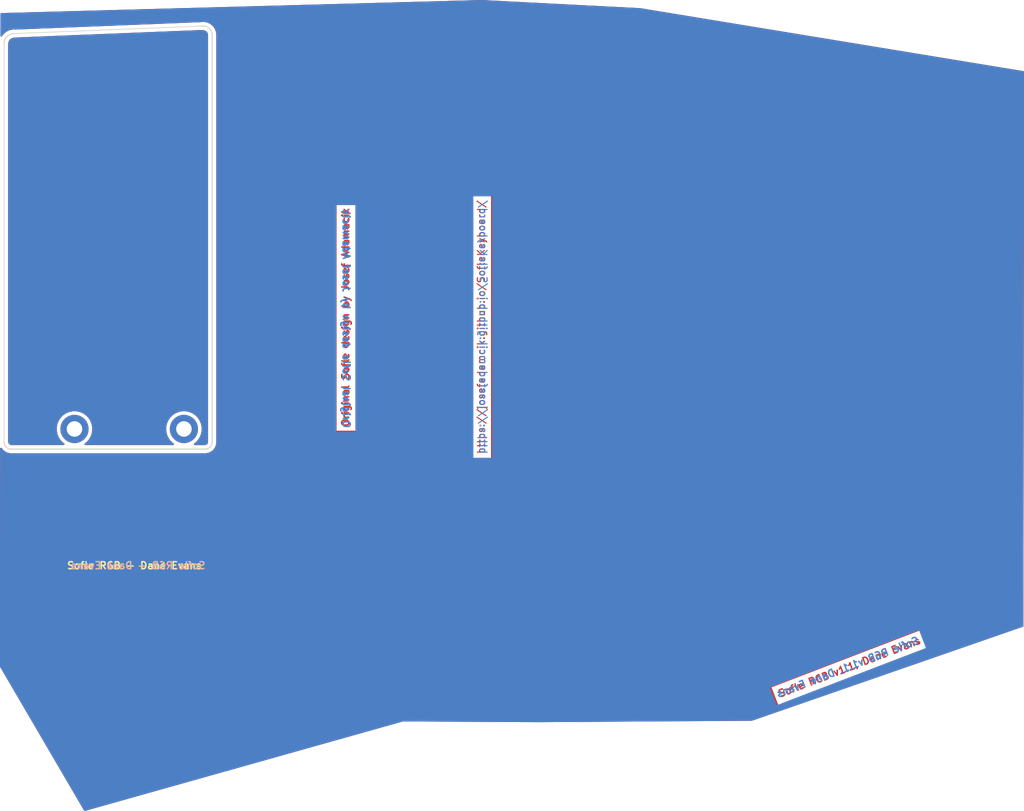
<source format=kicad_pcb>
(kicad_pcb (version 20171130) (host pcbnew 5.1.10)

  (general
    (thickness 1.6)
    (drawings 16)
    (tracks 0)
    (zones 0)
    (modules 6)
    (nets 1)
  )

  (page A4)
  (layers
    (0 F.Cu signal)
    (31 B.Cu signal)
    (32 B.Adhes user hide)
    (33 F.Adhes user hide)
    (34 B.Paste user hide)
    (35 F.Paste user hide)
    (36 B.SilkS user hide)
    (37 F.SilkS user hide)
    (38 B.Mask user hide)
    (39 F.Mask user hide)
    (40 Dwgs.User user hide)
    (41 Cmts.User user hide)
    (42 Eco1.User user hide)
    (43 Eco2.User user hide)
    (44 Edge.Cuts user)
    (45 Margin user hide)
    (46 B.CrtYd user hide)
    (47 F.CrtYd user hide)
    (48 B.Fab user hide)
    (49 F.Fab user hide)
  )

  (setup
    (last_trace_width 0.25)
    (trace_clearance 0.2)
    (zone_clearance 0.508)
    (zone_45_only no)
    (trace_min 0.2)
    (via_size 0.6)
    (via_drill 0.4)
    (via_min_size 0.4)
    (via_min_drill 0.3)
    (uvia_size 0.3)
    (uvia_drill 0.1)
    (uvias_allowed no)
    (uvia_min_size 0.2)
    (uvia_min_drill 0.1)
    (edge_width 0.15)
    (segment_width 0.2)
    (pcb_text_width 0.3)
    (pcb_text_size 1.5 1.5)
    (mod_edge_width 0.15)
    (mod_text_size 1 1)
    (mod_text_width 0.15)
    (pad_size 4.7 4.7)
    (pad_drill 2.2)
    (pad_to_mask_clearance 0.2)
    (aux_axis_origin 0 0)
    (grid_origin 111.995 97.8)
    (visible_elements 7FFFFFFF)
    (pcbplotparams
      (layerselection 0x010f0_ffffffff)
      (usegerberextensions false)
      (usegerberattributes false)
      (usegerberadvancedattributes false)
      (creategerberjobfile false)
      (excludeedgelayer true)
      (linewidth 0.100000)
      (plotframeref false)
      (viasonmask false)
      (mode 1)
      (useauxorigin false)
      (hpglpennumber 1)
      (hpglpenspeed 20)
      (hpglpendiameter 15.000000)
      (psnegative false)
      (psa4output false)
      (plotreference true)
      (plotvalue true)
      (plotinvisibletext false)
      (padsonsilk false)
      (subtractmaskfromsilk false)
      (outputformat 1)
      (mirror false)
      (drillshape 0)
      (scaleselection 1)
      (outputdirectory "gerber/"))
  )

  (net 0 "")

  (net_class Default "This is the default net class."
    (clearance 0.2)
    (trace_width 0.25)
    (via_dia 0.6)
    (via_drill 0.4)
    (uvia_dia 0.3)
    (uvia_drill 0.1)
  )

  (module SofleKeyboard-footprint:M2_HOLE_PCB (layer F.Cu) (tedit 5D908E44) (tstamp 61830B24)
    (at 107.995 94.944)
    (path /5B74D0C7)
    (fp_text reference TH2 (at 0 2.7) (layer F.SilkS) hide
      (effects (font (size 1 1) (thickness 0.15)))
    )
    (fp_text value HOLE (at 0 -2.6) (layer F.Fab)
      (effects (font (size 1 1) (thickness 0.15)))
    )
    (pad "" thru_hole circle (at 0 0) (size 4 4) (drill 2.2) (layers *.Cu *.Mask Dwgs.User))
  )

  (module SofleKeyboard-footprint:M2_HOLE_PCB (layer F.Cu) (tedit 5D908E44) (tstamp 61830B1B)
    (at 92.495 94.944)
    (path /5B74CE27)
    (fp_text reference TH1 (at 0 2.7) (layer F.SilkS) hide
      (effects (font (size 1 1) (thickness 0.15)))
    )
    (fp_text value HOLE (at 0 -2.6) (layer F.Fab)
      (effects (font (size 1 1) (thickness 0.15)))
    )
    (pad "" thru_hole circle (at 0 0) (size 4 4) (drill 2.2) (layers *.Cu *.Mask Dwgs.User))
  )

  (module dane:gecko-logo (layer F.Cu) (tedit 0) (tstamp 5F80B7BF)
    (at 94.495 117.3)
    (fp_text reference G*** (at 0 0) (layer F.SilkS) hide
      (effects (font (size 1.524 1.524) (thickness 0.3)))
    )
    (fp_text value LOGO (at 0.75 0) (layer F.SilkS) hide
      (effects (font (size 1.524 1.524) (thickness 0.3)))
    )
    (fp_poly (pts (xy 0.601318 -1.845968) (xy 0.629566 -1.801122) (xy 0.660606 -1.731632) (xy 0.674278 -1.696637)
      (xy 0.696844 -1.640456) (xy 0.717741 -1.594158) (xy 0.734739 -1.562309) (xy 0.745612 -1.549474)
      (xy 0.746125 -1.549405) (xy 0.757513 -1.537853) (xy 0.761992 -1.50684) (xy 0.762 -1.505208)
      (xy 0.766997 -1.463388) (xy 0.77927 -1.418191) (xy 0.781708 -1.411757) (xy 0.79008 -1.387564)
      (xy 0.794426 -1.362926) (xy 0.794778 -1.331829) (xy 0.791165 -1.288257) (xy 0.783616 -1.226195)
      (xy 0.782658 -1.218829) (xy 0.763898 -1.075159) (xy 0.904872 -0.890005) (xy 0.949855 -0.830926)
      (xy 0.989325 -0.779091) (xy 1.020787 -0.737776) (xy 1.041748 -0.710256) (xy 1.049674 -0.699857)
      (xy 1.063704 -0.699863) (xy 1.095604 -0.706722) (xy 1.139384 -0.718573) (xy 1.189058 -0.733553)
      (xy 1.238637 -0.7498) (xy 1.282132 -0.765451) (xy 1.313556 -0.778644) (xy 1.325376 -0.785602)
      (xy 1.346102 -0.811208) (xy 1.370849 -0.85208) (xy 1.395846 -0.900516) (xy 1.417324 -0.948813)
      (xy 1.431511 -0.98927) (xy 1.4351 -1.009732) (xy 1.443261 -1.038113) (xy 1.462639 -1.051849)
      (xy 1.485574 -1.046296) (xy 1.48961 -1.04277) (xy 1.497711 -1.024581) (xy 1.488756 -1.003156)
      (xy 1.47949 -0.975875) (xy 1.473922 -0.935468) (xy 1.4732 -0.915429) (xy 1.476946 -0.871614)
      (xy 1.489701 -0.847647) (xy 1.513732 -0.843044) (xy 1.551311 -0.857322) (xy 1.601845 -0.888082)
      (xy 1.64655 -0.917306) (xy 1.675006 -0.933308) (xy 1.691757 -0.937452) (xy 1.701347 -0.931102)
      (xy 1.706832 -0.919604) (xy 1.708613 -0.891777) (xy 1.689343 -0.877564) (xy 1.676717 -0.8763)
      (xy 1.654223 -0.866178) (xy 1.626807 -0.840966) (xy 1.600696 -0.808396) (xy 1.582118 -0.7762)
      (xy 1.577172 -0.752711) (xy 1.590575 -0.734045) (xy 1.61879 -0.713928) (xy 1.653392 -0.69651)
      (xy 1.685955 -0.685939) (xy 1.708055 -0.686365) (xy 1.709715 -0.68744) (xy 1.731588 -0.693257)
      (xy 1.754269 -0.685777) (xy 1.765097 -0.669315) (xy 1.765105 -0.668567) (xy 1.756737 -0.638731)
      (xy 1.735707 -0.628278) (xy 1.71695 -0.633689) (xy 1.684941 -0.643864) (xy 1.644157 -0.64804)
      (xy 1.603043 -0.646526) (xy 1.570045 -0.639627) (xy 1.553648 -0.627755) (xy 1.557824 -0.608475)
      (xy 1.575994 -0.580265) (xy 1.602145 -0.549844) (xy 1.630265 -0.523931) (xy 1.654341 -0.509245)
      (xy 1.66081 -0.508) (xy 1.673501 -0.499215) (xy 1.67397 -0.479469) (xy 1.664464 -0.458679)
      (xy 1.647228 -0.446761) (xy 1.646924 -0.446701) (xy 1.624724 -0.45296) (xy 1.617287 -0.467195)
      (xy 1.603162 -0.483497) (xy 1.571302 -0.505626) (xy 1.527773 -0.530536) (xy 1.478638 -0.555181)
      (xy 1.429963 -0.576516) (xy 1.387813 -0.591493) (xy 1.358696 -0.597067) (xy 1.335049 -0.59528)
      (xy 1.291811 -0.590259) (xy 1.234485 -0.582706) (xy 1.168573 -0.573323) (xy 1.145794 -0.569931)
      (xy 1.081186 -0.560564) (xy 1.026188 -0.553272) (xy 0.985344 -0.548605) (xy 0.963198 -0.547112)
      (xy 0.960582 -0.547539) (xy 0.95285 -0.559547) (xy 0.934297 -0.589102) (xy 0.907459 -0.632148)
      (xy 0.874868 -0.684627) (xy 0.864033 -0.702113) (xy 0.830281 -0.755791) (xy 0.801348 -0.800261)
      (xy 0.77975 -0.831773) (xy 0.768004 -0.846575) (xy 0.766718 -0.847153) (xy 0.766221 -0.833748)
      (xy 0.767225 -0.798425) (xy 0.769569 -0.744607) (xy 0.773092 -0.675722) (xy 0.77763 -0.595195)
      (xy 0.782195 -0.51969) (xy 0.802293 -0.19685) (xy 0.674235 0.048899) (xy 0.637146 0.121453)
      (xy 0.605074 0.186857) (xy 0.579605 0.241654) (xy 0.562321 0.282389) (xy 0.554808 0.305605)
      (xy 0.554914 0.309249) (xy 0.56465 0.323371) (xy 0.587103 0.35488) (xy 0.620019 0.400643)
      (xy 0.661142 0.457531) (xy 0.708217 0.52241) (xy 0.73293 0.556386) (xy 0.781738 0.623707)
      (xy 0.825293 0.684305) (xy 0.861431 0.735125) (xy 0.887987 0.773114) (xy 0.902797 0.795217)
      (xy 0.905128 0.799381) (xy 0.896186 0.80958) (xy 0.86952 0.832363) (xy 0.828007 0.86546)
      (xy 0.774525 0.906601) (xy 0.711953 0.953513) (xy 0.67945 0.977476) (xy 0.613158 1.026368)
      (xy 0.554118 1.070442) (xy 0.505304 1.107436) (xy 0.469686 1.135088) (xy 0.450237 1.151136)
      (xy 0.447524 1.154032) (xy 0.454771 1.167292) (xy 0.47848 1.188562) (xy 0.512775 1.213763)
      (xy 0.551777 1.238821) (xy 0.589608 1.259657) (xy 0.61595 1.270839) (xy 0.661836 1.279922)
      (xy 0.727894 1.284321) (xy 0.79375 1.284175) (xy 0.854907 1.281721) (xy 0.896276 1.277641)
      (xy 0.923462 1.270895) (xy 0.94207 1.260443) (xy 0.947715 1.255604) (xy 0.968302 1.23905)
      (xy 0.982568 1.240003) (xy 0.996071 1.251885) (xy 1.010095 1.275517) (xy 1.01038 1.291726)
      (xy 1.004043 1.311187) (xy 1.0033 1.315488) (xy 0.992231 1.319205) (xy 0.965531 1.320798)
      (xy 0.964777 1.3208) (xy 0.931477 1.326577) (xy 0.88835 1.341359) (xy 0.862393 1.353161)
      (xy 0.825523 1.37354) (xy 0.807043 1.390044) (xy 0.801813 1.408357) (xy 0.80249 1.419379)
      (xy 0.810655 1.442615) (xy 0.832454 1.464699) (xy 0.872752 1.490414) (xy 0.877498 1.493095)
      (xy 0.920395 1.515607) (xy 0.959172 1.53333) (xy 0.980872 1.541067) (xy 1.011086 1.557217)
      (xy 1.02348 1.58196) (xy 1.014664 1.608159) (xy 0.989736 1.623852) (xy 0.963588 1.62134)
      (xy 0.946604 1.60163) (xy 0.94658 1.601557) (xy 0.934439 1.585989) (xy 0.906234 1.573518)
      (xy 0.85735 1.562119) (xy 0.856189 1.561899) (xy 0.8112 1.554096) (xy 0.784146 1.552285)
      (xy 0.768149 1.557023) (xy 0.756334 1.568867) (xy 0.755418 1.570067) (xy 0.743412 1.58954)
      (xy 0.738086 1.611828) (xy 0.738776 1.644397) (xy 0.744529 1.692609) (xy 0.753705 1.7332)
      (xy 0.768434 1.753337) (xy 0.776307 1.7567) (xy 0.792654 1.766329) (xy 0.791173 1.787066)
      (xy 0.78922 1.792693) (xy 0.770518 1.819723) (xy 0.746584 1.827086) (xy 0.725108 1.81457)
      (xy 0.715858 1.794699) (xy 0.705533 1.762443) (xy 0.688996 1.719388) (xy 0.678199 1.693925)
      (xy 0.656494 1.652148) (xy 0.6354 1.629869) (xy 0.616907 1.622674) (xy 0.598938 1.621182)
      (xy 0.586424 1.62844) (xy 0.575552 1.649456) (xy 0.562509 1.689235) (xy 0.560077 1.697305)
      (xy 0.548515 1.743116) (xy 0.542396 1.78247) (xy 0.542781 1.80478) (xy 0.540636 1.832634)
      (xy 0.522993 1.849417) (xy 0.498441 1.85211) (xy 0.475573 1.837697) (xy 0.470613 1.830133)
      (xy 0.465358 1.805782) (xy 0.477852 1.78937) (xy 0.486811 1.778222) (xy 0.491885 1.759795)
      (xy 0.493451 1.729159) (xy 0.491886 1.681383) (xy 0.489369 1.638811) (xy 0.485863 1.588646)
      (xy 0.481217 1.548358) (xy 0.473348 1.513756) (xy 0.460173 1.480648) (xy 0.439611 1.444843)
      (xy 0.409578 1.402149) (xy 0.367991 1.348374) (xy 0.312767 1.279327) (xy 0.307478 1.272744)
      (xy 0.275793 1.234556) (xy 0.251581 1.205072) (xy 0.23606 1.181175) (xy 0.230445 1.159746)
      (xy 0.235952 1.137667) (xy 0.253798 1.111818) (xy 0.285198 1.079081) (xy 0.331368 1.036338)
      (xy 0.393525 0.980471) (xy 0.436648 0.94149) (xy 0.612946 0.781215) (xy 0.507883 0.682707)
      (xy 0.465446 0.643541) (xy 0.42979 0.611801) (xy 0.404922 0.590976) (xy 0.395084 0.584448)
      (xy 0.38554 0.59463) (xy 0.365898 0.62192) (xy 0.339327 0.661764) (xy 0.317966 0.695224)
      (xy 0.258908 0.778294) (xy 0.184258 0.86661) (xy 0.100686 0.953183) (xy 0.01486 1.031026)
      (xy -0.052686 1.08356) (xy -0.122406 1.12796) (xy -0.205824 1.173371) (xy -0.294379 1.215697)
      (xy -0.379512 1.250837) (xy -0.45085 1.274214) (xy -0.536598 1.292799) (xy -0.633428 1.306921)
      (xy -0.731482 1.315588) (xy -0.820897 1.317808) (xy -0.864133 1.315816) (xy -1.016028 1.290813)
      (xy -1.162582 1.24203) (xy -1.301703 1.170877) (xy -1.431298 1.078765) (xy -1.549276 0.967106)
      (xy -1.653546 0.837309) (xy -1.713517 0.74295) (xy -1.74279 0.69215) (xy -1.707554 0.7366)
      (xy -1.664556 0.7864) (xy -1.609239 0.844071) (xy -1.547225 0.90434) (xy -1.484138 0.961931)
      (xy -1.425601 1.011569) (xy -1.377237 1.047981) (xy -1.3716 1.051721) (xy -1.245176 1.120651)
      (xy -1.112029 1.168911) (xy -0.975949 1.195852) (xy -0.840726 1.200823) (xy -0.710149 1.183173)
      (xy -0.669045 1.172369) (xy -0.589275 1.14386) (xy -0.499007 1.103771) (xy -0.407416 1.056592)
      (xy -0.323675 1.006812) (xy -0.303663 0.99355) (xy -0.235204 0.943689) (xy -0.173883 0.891145)
      (xy -0.116659 0.832288) (xy -0.060488 0.76349) (xy -0.00233 0.681122) (xy 0.060859 0.581556)
      (xy 0.108154 0.502344) (xy 0.1822 0.376039) (xy 0.062525 0.264936) (xy 0.017749 0.224694)
      (xy -0.019949 0.193325) (xy -0.047049 0.173572) (xy -0.060033 0.168175) (xy -0.060612 0.168991)
      (xy -0.063064 0.186795) (xy -0.067286 0.224592) (xy -0.072716 0.277084) (xy -0.078788 0.338971)
      (xy -0.079662 0.348129) (xy -0.09525 0.512109) (xy -0.299052 0.315576) (xy -0.368065 0.2495)
      (xy -0.422106 0.199121) (xy -0.46408 0.162089) (xy -0.496893 0.136058) (xy -0.52345 0.11868)
      (xy -0.546657 0.107608) (xy -0.563249 0.102132) (xy -0.6089 0.094084) (xy -0.665441 0.090868)
      (xy -0.725859 0.092064) (xy -0.783143 0.097253) (xy -0.830281 0.106016) (xy -0.860263 0.117934)
      (xy -0.862931 0.120043) (xy -0.883564 0.132646) (xy -0.904041 0.125093) (xy -0.907144 0.122883)
      (xy -0.924869 0.098751) (xy -0.922059 0.074377) (xy -0.901259 0.05852) (xy -0.887849 0.056509)
      (xy -0.857992 0.051155) (xy -0.817757 0.038243) (xy -0.775521 0.021207) (xy -0.73966 0.003477)
      (xy -0.718549 -0.011514) (xy -0.717079 -0.013464) (xy -0.711706 -0.043532) (xy -0.731487 -0.075317)
      (xy -0.776246 -0.1086) (xy -0.802846 -0.123172) (xy -0.846133 -0.144559) (xy -0.88281 -0.161534)
      (xy -0.904875 -0.170398) (xy -0.923089 -0.186663) (xy -0.92562 -0.213132) (xy -0.91186 -0.238761)
      (xy -0.886202 -0.253155) (xy -0.865284 -0.244529) (xy -0.857715 -0.230065) (xy -0.842035 -0.212182)
      (xy -0.805346 -0.195931) (xy -0.771134 -0.186141) (xy -0.727794 -0.175774) (xy -0.701505 -0.1724)
      (xy -0.68481 -0.176342) (xy -0.670251 -0.187925) (xy -0.667477 -0.190653) (xy -0.650729 -0.22229)
      (xy -0.644282 -0.26675) (xy -0.647785 -0.313935) (xy -0.660888 -0.353751) (xy -0.673713 -0.370336)
      (xy -0.695731 -0.399876) (xy -0.693593 -0.428694) (xy -0.68473 -0.440491) (xy -0.662197 -0.449456)
      (xy -0.63772 -0.443539) (xy -0.623057 -0.426451) (xy -0.622302 -0.420794) (xy -0.617439 -0.399053)
      (xy -0.604716 -0.362372) (xy -0.587726 -0.320675) (xy -0.567687 -0.277703) (xy -0.551789 -0.253565)
      (xy -0.535673 -0.243162) (xy -0.519885 -0.2413) (xy -0.500593 -0.243994) (xy -0.486971 -0.255817)
      (xy -0.474837 -0.282385) (xy -0.463835 -0.316562) (xy -0.452711 -0.361044) (xy -0.447255 -0.399122)
      (xy -0.447978 -0.418328) (xy -0.445173 -0.445306) (xy -0.426489 -0.461615) (xy -0.400696 -0.46273)
      (xy -0.382942 -0.451885) (xy -0.369497 -0.431384) (xy -0.376492 -0.408955) (xy -0.378074 -0.406368)
      (xy -0.386015 -0.379699) (xy -0.391323 -0.331391) (xy -0.393631 -0.265106) (xy -0.3937 -0.249869)
      (xy -0.3937 -0.118392) (xy -0.295542 0.017758) (xy -0.259737 0.067889) (xy -0.23293 0.103877)
      (xy -0.213377 0.124241) (xy -0.199338 0.127498) (xy -0.18907 0.112168) (xy -0.180831 0.076767)
      (xy -0.17288 0.019814) (xy -0.163474 -0.060174) (xy -0.158977 -0.098425) (xy -0.150573 -0.165099)
      (xy -0.142524 -0.221828) (xy -0.135513 -0.264303) (xy -0.130224 -0.288217) (xy -0.128292 -0.291896)
      (xy -0.116972 -0.283703) (xy -0.08983 -0.260962) (xy -0.049816 -0.226239) (xy 0.000122 -0.182097)
      (xy 0.057035 -0.131103) (xy 0.068815 -0.12047) (xy 0.126385 -0.068712) (xy 0.177192 -0.023547)
      (xy 0.218381 0.01253) (xy 0.247097 0.037023) (xy 0.260485 0.047436) (xy 0.261083 0.047601)
      (xy 0.261331 0.034505) (xy 0.260091 0.000703) (xy 0.257581 -0.049168) (xy 0.254018 -0.110473)
      (xy 0.252589 -0.13335) (xy 0.249029 -0.201805) (xy 0.247622 -0.26684) (xy 0.248542 -0.334176)
      (xy 0.251965 -0.409529) (xy 0.258064 -0.498618) (xy 0.267016 -0.607161) (xy 0.267101 -0.608138)
      (xy 0.27422 -0.69206) (xy 0.280255 -0.767122) (xy 0.284948 -0.829767) (xy 0.28804 -0.87644)
      (xy 0.289273 -0.903583) (xy 0.288988 -0.909046) (xy 0.277089 -0.904726) (xy 0.247466 -0.890094)
      (xy 0.204473 -0.867394) (xy 0.152465 -0.83887) (xy 0.147917 -0.836333) (xy 0.095449 -0.807477)
      (xy 0.051725 -0.784305) (xy 0.021069 -0.769044) (xy 0.007803 -0.763922) (xy 0.007616 -0.764025)
      (xy -0.012673 -0.789778) (xy -0.0446 -0.827869) (xy -0.084851 -0.874584) (xy -0.130114 -0.926209)
      (xy -0.177074 -0.97903) (xy -0.22242 -1.029333) (xy -0.262837 -1.073404) (xy -0.295012 -1.10753)
      (xy -0.315633 -1.127996) (xy -0.320628 -1.131974) (xy -0.363934 -1.15182) (xy -0.414328 -1.169997)
      (xy -0.46492 -1.184616) (xy -0.508821 -1.19379) (xy -0.539143 -1.19563) (xy -0.546142 -1.193778)
      (xy -0.571121 -1.191617) (xy -0.58999 -1.206902) (xy -0.594323 -1.231782) (xy -0.592724 -1.237166)
      (xy -0.583761 -1.246549) (xy -0.562816 -1.250806) (xy -0.524833 -1.250496) (xy -0.491626 -1.24834)
      (xy -0.443423 -1.245136) (xy -0.414705 -1.245452) (xy -0.399653 -1.250593) (xy -0.392447 -1.261864)
      (xy -0.389706 -1.271203) (xy -0.388787 -1.299359) (xy -0.402215 -1.330795) (xy -0.432369 -1.369713)
      (xy -0.464694 -1.403648) (xy -0.49351 -1.43906) (xy -0.502254 -1.466086) (xy -0.49076 -1.482293)
      (xy -0.470299 -1.4859) (xy -0.448594 -1.477048) (xy -0.444478 -1.463675) (xy -0.433728 -1.442632)
      (xy -0.406809 -1.418521) (xy -0.371663 -1.396265) (xy -0.336235 -1.380785) (xy -0.308464 -1.377)
      (xy -0.305673 -1.377674) (xy -0.285541 -1.395323) (xy -0.268212 -1.428926) (xy -0.256625 -1.46904)
      (xy -0.253722 -1.50622) (xy -0.259225 -1.526859) (xy -0.26524 -1.551343) (xy -0.257711 -1.56347)
      (xy -0.234824 -1.573042) (xy -0.214085 -1.563218) (xy -0.204517 -1.539056) (xy -0.204663 -1.533727)
      (xy -0.205747 -1.504157) (xy -0.205672 -1.461822) (xy -0.205176 -1.439757) (xy -0.202076 -1.399325)
      (xy -0.194331 -1.377699) (xy -0.179545 -1.368383) (xy -0.178767 -1.368174) (xy -0.156212 -1.373851)
      (xy -0.128007 -1.396134) (xy -0.099873 -1.428915) (xy -0.077534 -1.466087) (xy -0.070565 -1.48365)
      (xy -0.055069 -1.506221) (xy -0.033964 -1.508866) (xy -0.010547 -1.497366) (xy -0.002679 -1.477904)
      (xy -0.012457 -1.459944) (xy -0.02207 -1.455208) (xy -0.036615 -1.440044) (xy -0.054483 -1.406504)
      (xy -0.073371 -1.360983) (xy -0.090975 -1.309873) (xy -0.104991 -1.259568) (xy -0.113115 -1.216462)
      (xy -0.114248 -1.199394) (xy -0.106347 -1.16748) (xy -0.083771 -1.119396) (xy -0.048112 -1.058483)
      (xy -0.04377 -1.051629) (xy 0.026655 -0.941208) (xy 0.162552 -1.012297) (xy 0.216038 -1.040528)
      (xy 0.261262 -1.064871) (xy 0.293464 -1.08273) (xy 0.307881 -1.091511) (xy 0.307889 -1.091518)
      (xy 0.310779 -1.106752) (xy 0.311334 -1.141754) (xy 0.309605 -1.191003) (xy 0.306511 -1.238252)
      (xy 0.3021 -1.302026) (xy 0.300905 -1.346928) (xy 0.303347 -1.379329) (xy 0.309844 -1.405602)
      (xy 0.319018 -1.428202) (xy 0.333996 -1.470421) (xy 0.342144 -1.511313) (xy 0.342621 -1.519894)
      (xy 0.34897 -1.553094) (xy 0.36293 -1.564344) (xy 0.376269 -1.577095) (xy 0.396877 -1.608757)
      (xy 0.422088 -1.654864) (xy 0.445016 -1.7018) (xy 0.483707 -1.779631) (xy 0.517056 -1.833)
      (xy 0.54669 -1.86187) (xy 0.574235 -1.866205) (xy 0.601318 -1.845968)) (layer F.Mask) (width 0.01))
  )

  (module dane:gecko-logo (layer B.Cu) (tedit 0) (tstamp 5F80B7AB)
    (at 95.495 117.3 180)
    (fp_text reference G*** (at 0 0) (layer B.SilkS) hide
      (effects (font (size 1.524 1.524) (thickness 0.3)) (justify mirror))
    )
    (fp_text value LOGO (at 0.75 0) (layer B.SilkS) hide
      (effects (font (size 1.524 1.524) (thickness 0.3)) (justify mirror))
    )
    (fp_poly (pts (xy 0.601318 1.845968) (xy 0.629566 1.801122) (xy 0.660606 1.731632) (xy 0.674278 1.696637)
      (xy 0.696844 1.640456) (xy 0.717741 1.594158) (xy 0.734739 1.562309) (xy 0.745612 1.549474)
      (xy 0.746125 1.549405) (xy 0.757513 1.537853) (xy 0.761992 1.50684) (xy 0.762 1.505208)
      (xy 0.766997 1.463388) (xy 0.77927 1.418191) (xy 0.781708 1.411757) (xy 0.79008 1.387564)
      (xy 0.794426 1.362926) (xy 0.794778 1.331829) (xy 0.791165 1.288257) (xy 0.783616 1.226195)
      (xy 0.782658 1.218829) (xy 0.763898 1.075159) (xy 0.904872 0.890005) (xy 0.949855 0.830926)
      (xy 0.989325 0.779091) (xy 1.020787 0.737776) (xy 1.041748 0.710256) (xy 1.049674 0.699857)
      (xy 1.063704 0.699863) (xy 1.095604 0.706722) (xy 1.139384 0.718573) (xy 1.189058 0.733553)
      (xy 1.238637 0.7498) (xy 1.282132 0.765451) (xy 1.313556 0.778644) (xy 1.325376 0.785602)
      (xy 1.346102 0.811208) (xy 1.370849 0.85208) (xy 1.395846 0.900516) (xy 1.417324 0.948813)
      (xy 1.431511 0.98927) (xy 1.4351 1.009732) (xy 1.443261 1.038113) (xy 1.462639 1.051849)
      (xy 1.485574 1.046296) (xy 1.48961 1.04277) (xy 1.497711 1.024581) (xy 1.488756 1.003156)
      (xy 1.47949 0.975875) (xy 1.473922 0.935468) (xy 1.4732 0.915429) (xy 1.476946 0.871614)
      (xy 1.489701 0.847647) (xy 1.513732 0.843044) (xy 1.551311 0.857322) (xy 1.601845 0.888082)
      (xy 1.64655 0.917306) (xy 1.675006 0.933308) (xy 1.691757 0.937452) (xy 1.701347 0.931102)
      (xy 1.706832 0.919604) (xy 1.708613 0.891777) (xy 1.689343 0.877564) (xy 1.676717 0.8763)
      (xy 1.654223 0.866178) (xy 1.626807 0.840966) (xy 1.600696 0.808396) (xy 1.582118 0.7762)
      (xy 1.577172 0.752711) (xy 1.590575 0.734045) (xy 1.61879 0.713928) (xy 1.653392 0.69651)
      (xy 1.685955 0.685939) (xy 1.708055 0.686365) (xy 1.709715 0.68744) (xy 1.731588 0.693257)
      (xy 1.754269 0.685777) (xy 1.765097 0.669315) (xy 1.765105 0.668567) (xy 1.756737 0.638731)
      (xy 1.735707 0.628278) (xy 1.71695 0.633689) (xy 1.684941 0.643864) (xy 1.644157 0.64804)
      (xy 1.603043 0.646526) (xy 1.570045 0.639627) (xy 1.553648 0.627755) (xy 1.557824 0.608475)
      (xy 1.575994 0.580265) (xy 1.602145 0.549844) (xy 1.630265 0.523931) (xy 1.654341 0.509245)
      (xy 1.66081 0.508) (xy 1.673501 0.499215) (xy 1.67397 0.479469) (xy 1.664464 0.458679)
      (xy 1.647228 0.446761) (xy 1.646924 0.446701) (xy 1.624724 0.45296) (xy 1.617287 0.467195)
      (xy 1.603162 0.483497) (xy 1.571302 0.505626) (xy 1.527773 0.530536) (xy 1.478638 0.555181)
      (xy 1.429963 0.576516) (xy 1.387813 0.591493) (xy 1.358696 0.597067) (xy 1.335049 0.59528)
      (xy 1.291811 0.590259) (xy 1.234485 0.582706) (xy 1.168573 0.573323) (xy 1.145794 0.569931)
      (xy 1.081186 0.560564) (xy 1.026188 0.553272) (xy 0.985344 0.548605) (xy 0.963198 0.547112)
      (xy 0.960582 0.547539) (xy 0.95285 0.559547) (xy 0.934297 0.589102) (xy 0.907459 0.632148)
      (xy 0.874868 0.684627) (xy 0.864033 0.702113) (xy 0.830281 0.755791) (xy 0.801348 0.800261)
      (xy 0.77975 0.831773) (xy 0.768004 0.846575) (xy 0.766718 0.847153) (xy 0.766221 0.833748)
      (xy 0.767225 0.798425) (xy 0.769569 0.744607) (xy 0.773092 0.675722) (xy 0.77763 0.595195)
      (xy 0.782195 0.51969) (xy 0.802293 0.19685) (xy 0.674235 -0.048899) (xy 0.637146 -0.121453)
      (xy 0.605074 -0.186857) (xy 0.579605 -0.241654) (xy 0.562321 -0.282389) (xy 0.554808 -0.305605)
      (xy 0.554914 -0.309249) (xy 0.56465 -0.323371) (xy 0.587103 -0.35488) (xy 0.620019 -0.400643)
      (xy 0.661142 -0.457531) (xy 0.708217 -0.52241) (xy 0.73293 -0.556386) (xy 0.781738 -0.623707)
      (xy 0.825293 -0.684305) (xy 0.861431 -0.735125) (xy 0.887987 -0.773114) (xy 0.902797 -0.795217)
      (xy 0.905128 -0.799381) (xy 0.896186 -0.80958) (xy 0.86952 -0.832363) (xy 0.828007 -0.86546)
      (xy 0.774525 -0.906601) (xy 0.711953 -0.953513) (xy 0.67945 -0.977476) (xy 0.613158 -1.026368)
      (xy 0.554118 -1.070442) (xy 0.505304 -1.107436) (xy 0.469686 -1.135088) (xy 0.450237 -1.151136)
      (xy 0.447524 -1.154032) (xy 0.454771 -1.167292) (xy 0.47848 -1.188562) (xy 0.512775 -1.213763)
      (xy 0.551777 -1.238821) (xy 0.589608 -1.259657) (xy 0.61595 -1.270839) (xy 0.661836 -1.279922)
      (xy 0.727894 -1.284321) (xy 0.79375 -1.284175) (xy 0.854907 -1.281721) (xy 0.896276 -1.277641)
      (xy 0.923462 -1.270895) (xy 0.94207 -1.260443) (xy 0.947715 -1.255604) (xy 0.968302 -1.23905)
      (xy 0.982568 -1.240003) (xy 0.996071 -1.251885) (xy 1.010095 -1.275517) (xy 1.01038 -1.291726)
      (xy 1.004043 -1.311187) (xy 1.0033 -1.315488) (xy 0.992231 -1.319205) (xy 0.965531 -1.320798)
      (xy 0.964777 -1.3208) (xy 0.931477 -1.326577) (xy 0.88835 -1.341359) (xy 0.862393 -1.353161)
      (xy 0.825523 -1.37354) (xy 0.807043 -1.390044) (xy 0.801813 -1.408357) (xy 0.80249 -1.419379)
      (xy 0.810655 -1.442615) (xy 0.832454 -1.464699) (xy 0.872752 -1.490414) (xy 0.877498 -1.493095)
      (xy 0.920395 -1.515607) (xy 0.959172 -1.53333) (xy 0.980872 -1.541067) (xy 1.011086 -1.557217)
      (xy 1.02348 -1.58196) (xy 1.014664 -1.608159) (xy 0.989736 -1.623852) (xy 0.963588 -1.62134)
      (xy 0.946604 -1.60163) (xy 0.94658 -1.601557) (xy 0.934439 -1.585989) (xy 0.906234 -1.573518)
      (xy 0.85735 -1.562119) (xy 0.856189 -1.561899) (xy 0.8112 -1.554096) (xy 0.784146 -1.552285)
      (xy 0.768149 -1.557023) (xy 0.756334 -1.568867) (xy 0.755418 -1.570067) (xy 0.743412 -1.58954)
      (xy 0.738086 -1.611828) (xy 0.738776 -1.644397) (xy 0.744529 -1.692609) (xy 0.753705 -1.7332)
      (xy 0.768434 -1.753337) (xy 0.776307 -1.7567) (xy 0.792654 -1.766329) (xy 0.791173 -1.787066)
      (xy 0.78922 -1.792693) (xy 0.770518 -1.819723) (xy 0.746584 -1.827086) (xy 0.725108 -1.81457)
      (xy 0.715858 -1.794699) (xy 0.705533 -1.762443) (xy 0.688996 -1.719388) (xy 0.678199 -1.693925)
      (xy 0.656494 -1.652148) (xy 0.6354 -1.629869) (xy 0.616907 -1.622674) (xy 0.598938 -1.621182)
      (xy 0.586424 -1.62844) (xy 0.575552 -1.649456) (xy 0.562509 -1.689235) (xy 0.560077 -1.697305)
      (xy 0.548515 -1.743116) (xy 0.542396 -1.78247) (xy 0.542781 -1.80478) (xy 0.540636 -1.832634)
      (xy 0.522993 -1.849417) (xy 0.498441 -1.85211) (xy 0.475573 -1.837697) (xy 0.470613 -1.830133)
      (xy 0.465358 -1.805782) (xy 0.477852 -1.78937) (xy 0.486811 -1.778222) (xy 0.491885 -1.759795)
      (xy 0.493451 -1.729159) (xy 0.491886 -1.681383) (xy 0.489369 -1.638811) (xy 0.485863 -1.588646)
      (xy 0.481217 -1.548358) (xy 0.473348 -1.513756) (xy 0.460173 -1.480648) (xy 0.439611 -1.444843)
      (xy 0.409578 -1.402149) (xy 0.367991 -1.348374) (xy 0.312767 -1.279327) (xy 0.307478 -1.272744)
      (xy 0.275793 -1.234556) (xy 0.251581 -1.205072) (xy 0.23606 -1.181175) (xy 0.230445 -1.159746)
      (xy 0.235952 -1.137667) (xy 0.253798 -1.111818) (xy 0.285198 -1.079081) (xy 0.331368 -1.036338)
      (xy 0.393525 -0.980471) (xy 0.436648 -0.94149) (xy 0.612946 -0.781215) (xy 0.507883 -0.682707)
      (xy 0.465446 -0.643541) (xy 0.42979 -0.611801) (xy 0.404922 -0.590976) (xy 0.395084 -0.584448)
      (xy 0.38554 -0.59463) (xy 0.365898 -0.62192) (xy 0.339327 -0.661764) (xy 0.317966 -0.695224)
      (xy 0.258908 -0.778294) (xy 0.184258 -0.86661) (xy 0.100686 -0.953183) (xy 0.01486 -1.031026)
      (xy -0.052686 -1.08356) (xy -0.122406 -1.12796) (xy -0.205824 -1.173371) (xy -0.294379 -1.215697)
      (xy -0.379512 -1.250837) (xy -0.45085 -1.274214) (xy -0.536598 -1.292799) (xy -0.633428 -1.306921)
      (xy -0.731482 -1.315588) (xy -0.820897 -1.317808) (xy -0.864133 -1.315816) (xy -1.016028 -1.290813)
      (xy -1.162582 -1.24203) (xy -1.301703 -1.170877) (xy -1.431298 -1.078765) (xy -1.549276 -0.967106)
      (xy -1.653546 -0.837309) (xy -1.713517 -0.74295) (xy -1.74279 -0.69215) (xy -1.707554 -0.7366)
      (xy -1.664556 -0.7864) (xy -1.609239 -0.844071) (xy -1.547225 -0.90434) (xy -1.484138 -0.961931)
      (xy -1.425601 -1.011569) (xy -1.377237 -1.047981) (xy -1.3716 -1.051721) (xy -1.245176 -1.120651)
      (xy -1.112029 -1.168911) (xy -0.975949 -1.195852) (xy -0.840726 -1.200823) (xy -0.710149 -1.183173)
      (xy -0.669045 -1.172369) (xy -0.589275 -1.14386) (xy -0.499007 -1.103771) (xy -0.407416 -1.056592)
      (xy -0.323675 -1.006812) (xy -0.303663 -0.99355) (xy -0.235204 -0.943689) (xy -0.173883 -0.891145)
      (xy -0.116659 -0.832288) (xy -0.060488 -0.76349) (xy -0.00233 -0.681122) (xy 0.060859 -0.581556)
      (xy 0.108154 -0.502344) (xy 0.1822 -0.376039) (xy 0.062525 -0.264936) (xy 0.017749 -0.224694)
      (xy -0.019949 -0.193325) (xy -0.047049 -0.173572) (xy -0.060033 -0.168175) (xy -0.060612 -0.168991)
      (xy -0.063064 -0.186795) (xy -0.067286 -0.224592) (xy -0.072716 -0.277084) (xy -0.078788 -0.338971)
      (xy -0.079662 -0.348129) (xy -0.09525 -0.512109) (xy -0.299052 -0.315576) (xy -0.368065 -0.2495)
      (xy -0.422106 -0.199121) (xy -0.46408 -0.162089) (xy -0.496893 -0.136058) (xy -0.52345 -0.11868)
      (xy -0.546657 -0.107608) (xy -0.563249 -0.102132) (xy -0.6089 -0.094084) (xy -0.665441 -0.090868)
      (xy -0.725859 -0.092064) (xy -0.783143 -0.097253) (xy -0.830281 -0.106016) (xy -0.860263 -0.117934)
      (xy -0.862931 -0.120043) (xy -0.883564 -0.132646) (xy -0.904041 -0.125093) (xy -0.907144 -0.122883)
      (xy -0.924869 -0.098751) (xy -0.922059 -0.074377) (xy -0.901259 -0.05852) (xy -0.887849 -0.056509)
      (xy -0.857992 -0.051155) (xy -0.817757 -0.038243) (xy -0.775521 -0.021207) (xy -0.73966 -0.003477)
      (xy -0.718549 0.011514) (xy -0.717079 0.013464) (xy -0.711706 0.043532) (xy -0.731487 0.075317)
      (xy -0.776246 0.1086) (xy -0.802846 0.123172) (xy -0.846133 0.144559) (xy -0.88281 0.161534)
      (xy -0.904875 0.170398) (xy -0.923089 0.186663) (xy -0.92562 0.213132) (xy -0.91186 0.238761)
      (xy -0.886202 0.253155) (xy -0.865284 0.244529) (xy -0.857715 0.230065) (xy -0.842035 0.212182)
      (xy -0.805346 0.195931) (xy -0.771134 0.186141) (xy -0.727794 0.175774) (xy -0.701505 0.1724)
      (xy -0.68481 0.176342) (xy -0.670251 0.187925) (xy -0.667477 0.190653) (xy -0.650729 0.22229)
      (xy -0.644282 0.26675) (xy -0.647785 0.313935) (xy -0.660888 0.353751) (xy -0.673713 0.370336)
      (xy -0.695731 0.399876) (xy -0.693593 0.428694) (xy -0.68473 0.440491) (xy -0.662197 0.449456)
      (xy -0.63772 0.443539) (xy -0.623057 0.426451) (xy -0.622302 0.420794) (xy -0.617439 0.399053)
      (xy -0.604716 0.362372) (xy -0.587726 0.320675) (xy -0.567687 0.277703) (xy -0.551789 0.253565)
      (xy -0.535673 0.243162) (xy -0.519885 0.2413) (xy -0.500593 0.243994) (xy -0.486971 0.255817)
      (xy -0.474837 0.282385) (xy -0.463835 0.316562) (xy -0.452711 0.361044) (xy -0.447255 0.399122)
      (xy -0.447978 0.418328) (xy -0.445173 0.445306) (xy -0.426489 0.461615) (xy -0.400696 0.46273)
      (xy -0.382942 0.451885) (xy -0.369497 0.431384) (xy -0.376492 0.408955) (xy -0.378074 0.406368)
      (xy -0.386015 0.379699) (xy -0.391323 0.331391) (xy -0.393631 0.265106) (xy -0.3937 0.249869)
      (xy -0.3937 0.118392) (xy -0.295542 -0.017758) (xy -0.259737 -0.067889) (xy -0.23293 -0.103877)
      (xy -0.213377 -0.124241) (xy -0.199338 -0.127498) (xy -0.18907 -0.112168) (xy -0.180831 -0.076767)
      (xy -0.17288 -0.019814) (xy -0.163474 0.060174) (xy -0.158977 0.098425) (xy -0.150573 0.165099)
      (xy -0.142524 0.221828) (xy -0.135513 0.264303) (xy -0.130224 0.288217) (xy -0.128292 0.291896)
      (xy -0.116972 0.283703) (xy -0.08983 0.260962) (xy -0.049816 0.226239) (xy 0.000122 0.182097)
      (xy 0.057035 0.131103) (xy 0.068815 0.12047) (xy 0.126385 0.068712) (xy 0.177192 0.023547)
      (xy 0.218381 -0.01253) (xy 0.247097 -0.037023) (xy 0.260485 -0.047436) (xy 0.261083 -0.047601)
      (xy 0.261331 -0.034505) (xy 0.260091 -0.000703) (xy 0.257581 0.049168) (xy 0.254018 0.110473)
      (xy 0.252589 0.13335) (xy 0.249029 0.201805) (xy 0.247622 0.26684) (xy 0.248542 0.334176)
      (xy 0.251965 0.409529) (xy 0.258064 0.498618) (xy 0.267016 0.607161) (xy 0.267101 0.608138)
      (xy 0.27422 0.69206) (xy 0.280255 0.767122) (xy 0.284948 0.829767) (xy 0.28804 0.87644)
      (xy 0.289273 0.903583) (xy 0.288988 0.909046) (xy 0.277089 0.904726) (xy 0.247466 0.890094)
      (xy 0.204473 0.867394) (xy 0.152465 0.83887) (xy 0.147917 0.836333) (xy 0.095449 0.807477)
      (xy 0.051725 0.784305) (xy 0.021069 0.769044) (xy 0.007803 0.763922) (xy 0.007616 0.764025)
      (xy -0.012673 0.789778) (xy -0.0446 0.827869) (xy -0.084851 0.874584) (xy -0.130114 0.926209)
      (xy -0.177074 0.97903) (xy -0.22242 1.029333) (xy -0.262837 1.073404) (xy -0.295012 1.10753)
      (xy -0.315633 1.127996) (xy -0.320628 1.131974) (xy -0.363934 1.15182) (xy -0.414328 1.169997)
      (xy -0.46492 1.184616) (xy -0.508821 1.19379) (xy -0.539143 1.19563) (xy -0.546142 1.193778)
      (xy -0.571121 1.191617) (xy -0.58999 1.206902) (xy -0.594323 1.231782) (xy -0.592724 1.237166)
      (xy -0.583761 1.246549) (xy -0.562816 1.250806) (xy -0.524833 1.250496) (xy -0.491626 1.24834)
      (xy -0.443423 1.245136) (xy -0.414705 1.245452) (xy -0.399653 1.250593) (xy -0.392447 1.261864)
      (xy -0.389706 1.271203) (xy -0.388787 1.299359) (xy -0.402215 1.330795) (xy -0.432369 1.369713)
      (xy -0.464694 1.403648) (xy -0.49351 1.43906) (xy -0.502254 1.466086) (xy -0.49076 1.482293)
      (xy -0.470299 1.4859) (xy -0.448594 1.477048) (xy -0.444478 1.463675) (xy -0.433728 1.442632)
      (xy -0.406809 1.418521) (xy -0.371663 1.396265) (xy -0.336235 1.380785) (xy -0.308464 1.377)
      (xy -0.305673 1.377674) (xy -0.285541 1.395323) (xy -0.268212 1.428926) (xy -0.256625 1.46904)
      (xy -0.253722 1.50622) (xy -0.259225 1.526859) (xy -0.26524 1.551343) (xy -0.257711 1.56347)
      (xy -0.234824 1.573042) (xy -0.214085 1.563218) (xy -0.204517 1.539056) (xy -0.204663 1.533727)
      (xy -0.205747 1.504157) (xy -0.205672 1.461822) (xy -0.205176 1.439757) (xy -0.202076 1.399325)
      (xy -0.194331 1.377699) (xy -0.179545 1.368383) (xy -0.178767 1.368174) (xy -0.156212 1.373851)
      (xy -0.128007 1.396134) (xy -0.099873 1.428915) (xy -0.077534 1.466087) (xy -0.070565 1.48365)
      (xy -0.055069 1.506221) (xy -0.033964 1.508866) (xy -0.010547 1.497366) (xy -0.002679 1.477904)
      (xy -0.012457 1.459944) (xy -0.02207 1.455208) (xy -0.036615 1.440044) (xy -0.054483 1.406504)
      (xy -0.073371 1.360983) (xy -0.090975 1.309873) (xy -0.104991 1.259568) (xy -0.113115 1.216462)
      (xy -0.114248 1.199394) (xy -0.106347 1.16748) (xy -0.083771 1.119396) (xy -0.048112 1.058483)
      (xy -0.04377 1.051629) (xy 0.026655 0.941208) (xy 0.162552 1.012297) (xy 0.216038 1.040528)
      (xy 0.261262 1.064871) (xy 0.293464 1.08273) (xy 0.307881 1.091511) (xy 0.307889 1.091518)
      (xy 0.310779 1.106752) (xy 0.311334 1.141754) (xy 0.309605 1.191003) (xy 0.306511 1.238252)
      (xy 0.3021 1.302026) (xy 0.300905 1.346928) (xy 0.303347 1.379329) (xy 0.309844 1.405602)
      (xy 0.319018 1.428202) (xy 0.333996 1.470421) (xy 0.342144 1.511313) (xy 0.342621 1.519894)
      (xy 0.34897 1.553094) (xy 0.36293 1.564344) (xy 0.376269 1.577095) (xy 0.396877 1.608757)
      (xy 0.422088 1.654864) (xy 0.445016 1.7018) (xy 0.483707 1.779631) (xy 0.517056 1.833)
      (xy 0.54669 1.86187) (xy 0.574235 1.866205) (xy 0.601318 1.845968)) (layer B.Mask) (width 0.01))
  )

  (module dane:gecko-logo (layer B.Cu) (tedit 0) (tstamp 5F80E41E)
    (at 192.995 126.195 180)
    (fp_text reference G*** (at 0 0) (layer B.SilkS) hide
      (effects (font (size 1.524 1.524) (thickness 0.3)) (justify mirror))
    )
    (fp_text value LOGO (at 0.75 0) (layer B.SilkS) hide
      (effects (font (size 1.524 1.524) (thickness 0.3)) (justify mirror))
    )
    (fp_poly (pts (xy 0.601318 1.845968) (xy 0.629566 1.801122) (xy 0.660606 1.731632) (xy 0.674278 1.696637)
      (xy 0.696844 1.640456) (xy 0.717741 1.594158) (xy 0.734739 1.562309) (xy 0.745612 1.549474)
      (xy 0.746125 1.549405) (xy 0.757513 1.537853) (xy 0.761992 1.50684) (xy 0.762 1.505208)
      (xy 0.766997 1.463388) (xy 0.77927 1.418191) (xy 0.781708 1.411757) (xy 0.79008 1.387564)
      (xy 0.794426 1.362926) (xy 0.794778 1.331829) (xy 0.791165 1.288257) (xy 0.783616 1.226195)
      (xy 0.782658 1.218829) (xy 0.763898 1.075159) (xy 0.904872 0.890005) (xy 0.949855 0.830926)
      (xy 0.989325 0.779091) (xy 1.020787 0.737776) (xy 1.041748 0.710256) (xy 1.049674 0.699857)
      (xy 1.063704 0.699863) (xy 1.095604 0.706722) (xy 1.139384 0.718573) (xy 1.189058 0.733553)
      (xy 1.238637 0.7498) (xy 1.282132 0.765451) (xy 1.313556 0.778644) (xy 1.325376 0.785602)
      (xy 1.346102 0.811208) (xy 1.370849 0.85208) (xy 1.395846 0.900516) (xy 1.417324 0.948813)
      (xy 1.431511 0.98927) (xy 1.4351 1.009732) (xy 1.443261 1.038113) (xy 1.462639 1.051849)
      (xy 1.485574 1.046296) (xy 1.48961 1.04277) (xy 1.497711 1.024581) (xy 1.488756 1.003156)
      (xy 1.47949 0.975875) (xy 1.473922 0.935468) (xy 1.4732 0.915429) (xy 1.476946 0.871614)
      (xy 1.489701 0.847647) (xy 1.513732 0.843044) (xy 1.551311 0.857322) (xy 1.601845 0.888082)
      (xy 1.64655 0.917306) (xy 1.675006 0.933308) (xy 1.691757 0.937452) (xy 1.701347 0.931102)
      (xy 1.706832 0.919604) (xy 1.708613 0.891777) (xy 1.689343 0.877564) (xy 1.676717 0.8763)
      (xy 1.654223 0.866178) (xy 1.626807 0.840966) (xy 1.600696 0.808396) (xy 1.582118 0.7762)
      (xy 1.577172 0.752711) (xy 1.590575 0.734045) (xy 1.61879 0.713928) (xy 1.653392 0.69651)
      (xy 1.685955 0.685939) (xy 1.708055 0.686365) (xy 1.709715 0.68744) (xy 1.731588 0.693257)
      (xy 1.754269 0.685777) (xy 1.765097 0.669315) (xy 1.765105 0.668567) (xy 1.756737 0.638731)
      (xy 1.735707 0.628278) (xy 1.71695 0.633689) (xy 1.684941 0.643864) (xy 1.644157 0.64804)
      (xy 1.603043 0.646526) (xy 1.570045 0.639627) (xy 1.553648 0.627755) (xy 1.557824 0.608475)
      (xy 1.575994 0.580265) (xy 1.602145 0.549844) (xy 1.630265 0.523931) (xy 1.654341 0.509245)
      (xy 1.66081 0.508) (xy 1.673501 0.499215) (xy 1.67397 0.479469) (xy 1.664464 0.458679)
      (xy 1.647228 0.446761) (xy 1.646924 0.446701) (xy 1.624724 0.45296) (xy 1.617287 0.467195)
      (xy 1.603162 0.483497) (xy 1.571302 0.505626) (xy 1.527773 0.530536) (xy 1.478638 0.555181)
      (xy 1.429963 0.576516) (xy 1.387813 0.591493) (xy 1.358696 0.597067) (xy 1.335049 0.59528)
      (xy 1.291811 0.590259) (xy 1.234485 0.582706) (xy 1.168573 0.573323) (xy 1.145794 0.569931)
      (xy 1.081186 0.560564) (xy 1.026188 0.553272) (xy 0.985344 0.548605) (xy 0.963198 0.547112)
      (xy 0.960582 0.547539) (xy 0.95285 0.559547) (xy 0.934297 0.589102) (xy 0.907459 0.632148)
      (xy 0.874868 0.684627) (xy 0.864033 0.702113) (xy 0.830281 0.755791) (xy 0.801348 0.800261)
      (xy 0.77975 0.831773) (xy 0.768004 0.846575) (xy 0.766718 0.847153) (xy 0.766221 0.833748)
      (xy 0.767225 0.798425) (xy 0.769569 0.744607) (xy 0.773092 0.675722) (xy 0.77763 0.595195)
      (xy 0.782195 0.51969) (xy 0.802293 0.19685) (xy 0.674235 -0.048899) (xy 0.637146 -0.121453)
      (xy 0.605074 -0.186857) (xy 0.579605 -0.241654) (xy 0.562321 -0.282389) (xy 0.554808 -0.305605)
      (xy 0.554914 -0.309249) (xy 0.56465 -0.323371) (xy 0.587103 -0.35488) (xy 0.620019 -0.400643)
      (xy 0.661142 -0.457531) (xy 0.708217 -0.52241) (xy 0.73293 -0.556386) (xy 0.781738 -0.623707)
      (xy 0.825293 -0.684305) (xy 0.861431 -0.735125) (xy 0.887987 -0.773114) (xy 0.902797 -0.795217)
      (xy 0.905128 -0.799381) (xy 0.896186 -0.80958) (xy 0.86952 -0.832363) (xy 0.828007 -0.86546)
      (xy 0.774525 -0.906601) (xy 0.711953 -0.953513) (xy 0.67945 -0.977476) (xy 0.613158 -1.026368)
      (xy 0.554118 -1.070442) (xy 0.505304 -1.107436) (xy 0.469686 -1.135088) (xy 0.450237 -1.151136)
      (xy 0.447524 -1.154032) (xy 0.454771 -1.167292) (xy 0.47848 -1.188562) (xy 0.512775 -1.213763)
      (xy 0.551777 -1.238821) (xy 0.589608 -1.259657) (xy 0.61595 -1.270839) (xy 0.661836 -1.279922)
      (xy 0.727894 -1.284321) (xy 0.79375 -1.284175) (xy 0.854907 -1.281721) (xy 0.896276 -1.277641)
      (xy 0.923462 -1.270895) (xy 0.94207 -1.260443) (xy 0.947715 -1.255604) (xy 0.968302 -1.23905)
      (xy 0.982568 -1.240003) (xy 0.996071 -1.251885) (xy 1.010095 -1.275517) (xy 1.01038 -1.291726)
      (xy 1.004043 -1.311187) (xy 1.0033 -1.315488) (xy 0.992231 -1.319205) (xy 0.965531 -1.320798)
      (xy 0.964777 -1.3208) (xy 0.931477 -1.326577) (xy 0.88835 -1.341359) (xy 0.862393 -1.353161)
      (xy 0.825523 -1.37354) (xy 0.807043 -1.390044) (xy 0.801813 -1.408357) (xy 0.80249 -1.419379)
      (xy 0.810655 -1.442615) (xy 0.832454 -1.464699) (xy 0.872752 -1.490414) (xy 0.877498 -1.493095)
      (xy 0.920395 -1.515607) (xy 0.959172 -1.53333) (xy 0.980872 -1.541067) (xy 1.011086 -1.557217)
      (xy 1.02348 -1.58196) (xy 1.014664 -1.608159) (xy 0.989736 -1.623852) (xy 0.963588 -1.62134)
      (xy 0.946604 -1.60163) (xy 0.94658 -1.601557) (xy 0.934439 -1.585989) (xy 0.906234 -1.573518)
      (xy 0.85735 -1.562119) (xy 0.856189 -1.561899) (xy 0.8112 -1.554096) (xy 0.784146 -1.552285)
      (xy 0.768149 -1.557023) (xy 0.756334 -1.568867) (xy 0.755418 -1.570067) (xy 0.743412 -1.58954)
      (xy 0.738086 -1.611828) (xy 0.738776 -1.644397) (xy 0.744529 -1.692609) (xy 0.753705 -1.7332)
      (xy 0.768434 -1.753337) (xy 0.776307 -1.7567) (xy 0.792654 -1.766329) (xy 0.791173 -1.787066)
      (xy 0.78922 -1.792693) (xy 0.770518 -1.819723) (xy 0.746584 -1.827086) (xy 0.725108 -1.81457)
      (xy 0.715858 -1.794699) (xy 0.705533 -1.762443) (xy 0.688996 -1.719388) (xy 0.678199 -1.693925)
      (xy 0.656494 -1.652148) (xy 0.6354 -1.629869) (xy 0.616907 -1.622674) (xy 0.598938 -1.621182)
      (xy 0.586424 -1.62844) (xy 0.575552 -1.649456) (xy 0.562509 -1.689235) (xy 0.560077 -1.697305)
      (xy 0.548515 -1.743116) (xy 0.542396 -1.78247) (xy 0.542781 -1.80478) (xy 0.540636 -1.832634)
      (xy 0.522993 -1.849417) (xy 0.498441 -1.85211) (xy 0.475573 -1.837697) (xy 0.470613 -1.830133)
      (xy 0.465358 -1.805782) (xy 0.477852 -1.78937) (xy 0.486811 -1.778222) (xy 0.491885 -1.759795)
      (xy 0.493451 -1.729159) (xy 0.491886 -1.681383) (xy 0.489369 -1.638811) (xy 0.485863 -1.588646)
      (xy 0.481217 -1.548358) (xy 0.473348 -1.513756) (xy 0.460173 -1.480648) (xy 0.439611 -1.444843)
      (xy 0.409578 -1.402149) (xy 0.367991 -1.348374) (xy 0.312767 -1.279327) (xy 0.307478 -1.272744)
      (xy 0.275793 -1.234556) (xy 0.251581 -1.205072) (xy 0.23606 -1.181175) (xy 0.230445 -1.159746)
      (xy 0.235952 -1.137667) (xy 0.253798 -1.111818) (xy 0.285198 -1.079081) (xy 0.331368 -1.036338)
      (xy 0.393525 -0.980471) (xy 0.436648 -0.94149) (xy 0.612946 -0.781215) (xy 0.507883 -0.682707)
      (xy 0.465446 -0.643541) (xy 0.42979 -0.611801) (xy 0.404922 -0.590976) (xy 0.395084 -0.584448)
      (xy 0.38554 -0.59463) (xy 0.365898 -0.62192) (xy 0.339327 -0.661764) (xy 0.317966 -0.695224)
      (xy 0.258908 -0.778294) (xy 0.184258 -0.86661) (xy 0.100686 -0.953183) (xy 0.01486 -1.031026)
      (xy -0.052686 -1.08356) (xy -0.122406 -1.12796) (xy -0.205824 -1.173371) (xy -0.294379 -1.215697)
      (xy -0.379512 -1.250837) (xy -0.45085 -1.274214) (xy -0.536598 -1.292799) (xy -0.633428 -1.306921)
      (xy -0.731482 -1.315588) (xy -0.820897 -1.317808) (xy -0.864133 -1.315816) (xy -1.016028 -1.290813)
      (xy -1.162582 -1.24203) (xy -1.301703 -1.170877) (xy -1.431298 -1.078765) (xy -1.549276 -0.967106)
      (xy -1.653546 -0.837309) (xy -1.713517 -0.74295) (xy -1.74279 -0.69215) (xy -1.707554 -0.7366)
      (xy -1.664556 -0.7864) (xy -1.609239 -0.844071) (xy -1.547225 -0.90434) (xy -1.484138 -0.961931)
      (xy -1.425601 -1.011569) (xy -1.377237 -1.047981) (xy -1.3716 -1.051721) (xy -1.245176 -1.120651)
      (xy -1.112029 -1.168911) (xy -0.975949 -1.195852) (xy -0.840726 -1.200823) (xy -0.710149 -1.183173)
      (xy -0.669045 -1.172369) (xy -0.589275 -1.14386) (xy -0.499007 -1.103771) (xy -0.407416 -1.056592)
      (xy -0.323675 -1.006812) (xy -0.303663 -0.99355) (xy -0.235204 -0.943689) (xy -0.173883 -0.891145)
      (xy -0.116659 -0.832288) (xy -0.060488 -0.76349) (xy -0.00233 -0.681122) (xy 0.060859 -0.581556)
      (xy 0.108154 -0.502344) (xy 0.1822 -0.376039) (xy 0.062525 -0.264936) (xy 0.017749 -0.224694)
      (xy -0.019949 -0.193325) (xy -0.047049 -0.173572) (xy -0.060033 -0.168175) (xy -0.060612 -0.168991)
      (xy -0.063064 -0.186795) (xy -0.067286 -0.224592) (xy -0.072716 -0.277084) (xy -0.078788 -0.338971)
      (xy -0.079662 -0.348129) (xy -0.09525 -0.512109) (xy -0.299052 -0.315576) (xy -0.368065 -0.2495)
      (xy -0.422106 -0.199121) (xy -0.46408 -0.162089) (xy -0.496893 -0.136058) (xy -0.52345 -0.11868)
      (xy -0.546657 -0.107608) (xy -0.563249 -0.102132) (xy -0.6089 -0.094084) (xy -0.665441 -0.090868)
      (xy -0.725859 -0.092064) (xy -0.783143 -0.097253) (xy -0.830281 -0.106016) (xy -0.860263 -0.117934)
      (xy -0.862931 -0.120043) (xy -0.883564 -0.132646) (xy -0.904041 -0.125093) (xy -0.907144 -0.122883)
      (xy -0.924869 -0.098751) (xy -0.922059 -0.074377) (xy -0.901259 -0.05852) (xy -0.887849 -0.056509)
      (xy -0.857992 -0.051155) (xy -0.817757 -0.038243) (xy -0.775521 -0.021207) (xy -0.73966 -0.003477)
      (xy -0.718549 0.011514) (xy -0.717079 0.013464) (xy -0.711706 0.043532) (xy -0.731487 0.075317)
      (xy -0.776246 0.1086) (xy -0.802846 0.123172) (xy -0.846133 0.144559) (xy -0.88281 0.161534)
      (xy -0.904875 0.170398) (xy -0.923089 0.186663) (xy -0.92562 0.213132) (xy -0.91186 0.238761)
      (xy -0.886202 0.253155) (xy -0.865284 0.244529) (xy -0.857715 0.230065) (xy -0.842035 0.212182)
      (xy -0.805346 0.195931) (xy -0.771134 0.186141) (xy -0.727794 0.175774) (xy -0.701505 0.1724)
      (xy -0.68481 0.176342) (xy -0.670251 0.187925) (xy -0.667477 0.190653) (xy -0.650729 0.22229)
      (xy -0.644282 0.26675) (xy -0.647785 0.313935) (xy -0.660888 0.353751) (xy -0.673713 0.370336)
      (xy -0.695731 0.399876) (xy -0.693593 0.428694) (xy -0.68473 0.440491) (xy -0.662197 0.449456)
      (xy -0.63772 0.443539) (xy -0.623057 0.426451) (xy -0.622302 0.420794) (xy -0.617439 0.399053)
      (xy -0.604716 0.362372) (xy -0.587726 0.320675) (xy -0.567687 0.277703) (xy -0.551789 0.253565)
      (xy -0.535673 0.243162) (xy -0.519885 0.2413) (xy -0.500593 0.243994) (xy -0.486971 0.255817)
      (xy -0.474837 0.282385) (xy -0.463835 0.316562) (xy -0.452711 0.361044) (xy -0.447255 0.399122)
      (xy -0.447978 0.418328) (xy -0.445173 0.445306) (xy -0.426489 0.461615) (xy -0.400696 0.46273)
      (xy -0.382942 0.451885) (xy -0.369497 0.431384) (xy -0.376492 0.408955) (xy -0.378074 0.406368)
      (xy -0.386015 0.379699) (xy -0.391323 0.331391) (xy -0.393631 0.265106) (xy -0.3937 0.249869)
      (xy -0.3937 0.118392) (xy -0.295542 -0.017758) (xy -0.259737 -0.067889) (xy -0.23293 -0.103877)
      (xy -0.213377 -0.124241) (xy -0.199338 -0.127498) (xy -0.18907 -0.112168) (xy -0.180831 -0.076767)
      (xy -0.17288 -0.019814) (xy -0.163474 0.060174) (xy -0.158977 0.098425) (xy -0.150573 0.165099)
      (xy -0.142524 0.221828) (xy -0.135513 0.264303) (xy -0.130224 0.288217) (xy -0.128292 0.291896)
      (xy -0.116972 0.283703) (xy -0.08983 0.260962) (xy -0.049816 0.226239) (xy 0.000122 0.182097)
      (xy 0.057035 0.131103) (xy 0.068815 0.12047) (xy 0.126385 0.068712) (xy 0.177192 0.023547)
      (xy 0.218381 -0.01253) (xy 0.247097 -0.037023) (xy 0.260485 -0.047436) (xy 0.261083 -0.047601)
      (xy 0.261331 -0.034505) (xy 0.260091 -0.000703) (xy 0.257581 0.049168) (xy 0.254018 0.110473)
      (xy 0.252589 0.13335) (xy 0.249029 0.201805) (xy 0.247622 0.26684) (xy 0.248542 0.334176)
      (xy 0.251965 0.409529) (xy 0.258064 0.498618) (xy 0.267016 0.607161) (xy 0.267101 0.608138)
      (xy 0.27422 0.69206) (xy 0.280255 0.767122) (xy 0.284948 0.829767) (xy 0.28804 0.87644)
      (xy 0.289273 0.903583) (xy 0.288988 0.909046) (xy 0.277089 0.904726) (xy 0.247466 0.890094)
      (xy 0.204473 0.867394) (xy 0.152465 0.83887) (xy 0.147917 0.836333) (xy 0.095449 0.807477)
      (xy 0.051725 0.784305) (xy 0.021069 0.769044) (xy 0.007803 0.763922) (xy 0.007616 0.764025)
      (xy -0.012673 0.789778) (xy -0.0446 0.827869) (xy -0.084851 0.874584) (xy -0.130114 0.926209)
      (xy -0.177074 0.97903) (xy -0.22242 1.029333) (xy -0.262837 1.073404) (xy -0.295012 1.10753)
      (xy -0.315633 1.127996) (xy -0.320628 1.131974) (xy -0.363934 1.15182) (xy -0.414328 1.169997)
      (xy -0.46492 1.184616) (xy -0.508821 1.19379) (xy -0.539143 1.19563) (xy -0.546142 1.193778)
      (xy -0.571121 1.191617) (xy -0.58999 1.206902) (xy -0.594323 1.231782) (xy -0.592724 1.237166)
      (xy -0.583761 1.246549) (xy -0.562816 1.250806) (xy -0.524833 1.250496) (xy -0.491626 1.24834)
      (xy -0.443423 1.245136) (xy -0.414705 1.245452) (xy -0.399653 1.250593) (xy -0.392447 1.261864)
      (xy -0.389706 1.271203) (xy -0.388787 1.299359) (xy -0.402215 1.330795) (xy -0.432369 1.369713)
      (xy -0.464694 1.403648) (xy -0.49351 1.43906) (xy -0.502254 1.466086) (xy -0.49076 1.482293)
      (xy -0.470299 1.4859) (xy -0.448594 1.477048) (xy -0.444478 1.463675) (xy -0.433728 1.442632)
      (xy -0.406809 1.418521) (xy -0.371663 1.396265) (xy -0.336235 1.380785) (xy -0.308464 1.377)
      (xy -0.305673 1.377674) (xy -0.285541 1.395323) (xy -0.268212 1.428926) (xy -0.256625 1.46904)
      (xy -0.253722 1.50622) (xy -0.259225 1.526859) (xy -0.26524 1.551343) (xy -0.257711 1.56347)
      (xy -0.234824 1.573042) (xy -0.214085 1.563218) (xy -0.204517 1.539056) (xy -0.204663 1.533727)
      (xy -0.205747 1.504157) (xy -0.205672 1.461822) (xy -0.205176 1.439757) (xy -0.202076 1.399325)
      (xy -0.194331 1.377699) (xy -0.179545 1.368383) (xy -0.178767 1.368174) (xy -0.156212 1.373851)
      (xy -0.128007 1.396134) (xy -0.099873 1.428915) (xy -0.077534 1.466087) (xy -0.070565 1.48365)
      (xy -0.055069 1.506221) (xy -0.033964 1.508866) (xy -0.010547 1.497366) (xy -0.002679 1.477904)
      (xy -0.012457 1.459944) (xy -0.02207 1.455208) (xy -0.036615 1.440044) (xy -0.054483 1.406504)
      (xy -0.073371 1.360983) (xy -0.090975 1.309873) (xy -0.104991 1.259568) (xy -0.113115 1.216462)
      (xy -0.114248 1.199394) (xy -0.106347 1.16748) (xy -0.083771 1.119396) (xy -0.048112 1.058483)
      (xy -0.04377 1.051629) (xy 0.026655 0.941208) (xy 0.162552 1.012297) (xy 0.216038 1.040528)
      (xy 0.261262 1.064871) (xy 0.293464 1.08273) (xy 0.307881 1.091511) (xy 0.307889 1.091518)
      (xy 0.310779 1.106752) (xy 0.311334 1.141754) (xy 0.309605 1.191003) (xy 0.306511 1.238252)
      (xy 0.3021 1.302026) (xy 0.300905 1.346928) (xy 0.303347 1.379329) (xy 0.309844 1.405602)
      (xy 0.319018 1.428202) (xy 0.333996 1.470421) (xy 0.342144 1.511313) (xy 0.342621 1.519894)
      (xy 0.34897 1.553094) (xy 0.36293 1.564344) (xy 0.376269 1.577095) (xy 0.396877 1.608757)
      (xy 0.422088 1.654864) (xy 0.445016 1.7018) (xy 0.483707 1.779631) (xy 0.517056 1.833)
      (xy 0.54669 1.86187) (xy 0.574235 1.866205) (xy 0.601318 1.845968)) (layer B.Mask) (width 0.01))
  )

  (module dane:gecko-logo (layer F.Cu) (tedit 0) (tstamp 5F80D23E)
    (at 192.245 126.195)
    (fp_text reference G*** (at 0 0) (layer F.SilkS) hide
      (effects (font (size 1.524 1.524) (thickness 0.3)))
    )
    (fp_text value LOGO (at 0.75 0) (layer F.SilkS) hide
      (effects (font (size 1.524 1.524) (thickness 0.3)))
    )
    (fp_poly (pts (xy 0.601318 -1.845968) (xy 0.629566 -1.801122) (xy 0.660606 -1.731632) (xy 0.674278 -1.696637)
      (xy 0.696844 -1.640456) (xy 0.717741 -1.594158) (xy 0.734739 -1.562309) (xy 0.745612 -1.549474)
      (xy 0.746125 -1.549405) (xy 0.757513 -1.537853) (xy 0.761992 -1.50684) (xy 0.762 -1.505208)
      (xy 0.766997 -1.463388) (xy 0.77927 -1.418191) (xy 0.781708 -1.411757) (xy 0.79008 -1.387564)
      (xy 0.794426 -1.362926) (xy 0.794778 -1.331829) (xy 0.791165 -1.288257) (xy 0.783616 -1.226195)
      (xy 0.782658 -1.218829) (xy 0.763898 -1.075159) (xy 0.904872 -0.890005) (xy 0.949855 -0.830926)
      (xy 0.989325 -0.779091) (xy 1.020787 -0.737776) (xy 1.041748 -0.710256) (xy 1.049674 -0.699857)
      (xy 1.063704 -0.699863) (xy 1.095604 -0.706722) (xy 1.139384 -0.718573) (xy 1.189058 -0.733553)
      (xy 1.238637 -0.7498) (xy 1.282132 -0.765451) (xy 1.313556 -0.778644) (xy 1.325376 -0.785602)
      (xy 1.346102 -0.811208) (xy 1.370849 -0.85208) (xy 1.395846 -0.900516) (xy 1.417324 -0.948813)
      (xy 1.431511 -0.98927) (xy 1.4351 -1.009732) (xy 1.443261 -1.038113) (xy 1.462639 -1.051849)
      (xy 1.485574 -1.046296) (xy 1.48961 -1.04277) (xy 1.497711 -1.024581) (xy 1.488756 -1.003156)
      (xy 1.47949 -0.975875) (xy 1.473922 -0.935468) (xy 1.4732 -0.915429) (xy 1.476946 -0.871614)
      (xy 1.489701 -0.847647) (xy 1.513732 -0.843044) (xy 1.551311 -0.857322) (xy 1.601845 -0.888082)
      (xy 1.64655 -0.917306) (xy 1.675006 -0.933308) (xy 1.691757 -0.937452) (xy 1.701347 -0.931102)
      (xy 1.706832 -0.919604) (xy 1.708613 -0.891777) (xy 1.689343 -0.877564) (xy 1.676717 -0.8763)
      (xy 1.654223 -0.866178) (xy 1.626807 -0.840966) (xy 1.600696 -0.808396) (xy 1.582118 -0.7762)
      (xy 1.577172 -0.752711) (xy 1.590575 -0.734045) (xy 1.61879 -0.713928) (xy 1.653392 -0.69651)
      (xy 1.685955 -0.685939) (xy 1.708055 -0.686365) (xy 1.709715 -0.68744) (xy 1.731588 -0.693257)
      (xy 1.754269 -0.685777) (xy 1.765097 -0.669315) (xy 1.765105 -0.668567) (xy 1.756737 -0.638731)
      (xy 1.735707 -0.628278) (xy 1.71695 -0.633689) (xy 1.684941 -0.643864) (xy 1.644157 -0.64804)
      (xy 1.603043 -0.646526) (xy 1.570045 -0.639627) (xy 1.553648 -0.627755) (xy 1.557824 -0.608475)
      (xy 1.575994 -0.580265) (xy 1.602145 -0.549844) (xy 1.630265 -0.523931) (xy 1.654341 -0.509245)
      (xy 1.66081 -0.508) (xy 1.673501 -0.499215) (xy 1.67397 -0.479469) (xy 1.664464 -0.458679)
      (xy 1.647228 -0.446761) (xy 1.646924 -0.446701) (xy 1.624724 -0.45296) (xy 1.617287 -0.467195)
      (xy 1.603162 -0.483497) (xy 1.571302 -0.505626) (xy 1.527773 -0.530536) (xy 1.478638 -0.555181)
      (xy 1.429963 -0.576516) (xy 1.387813 -0.591493) (xy 1.358696 -0.597067) (xy 1.335049 -0.59528)
      (xy 1.291811 -0.590259) (xy 1.234485 -0.582706) (xy 1.168573 -0.573323) (xy 1.145794 -0.569931)
      (xy 1.081186 -0.560564) (xy 1.026188 -0.553272) (xy 0.985344 -0.548605) (xy 0.963198 -0.547112)
      (xy 0.960582 -0.547539) (xy 0.95285 -0.559547) (xy 0.934297 -0.589102) (xy 0.907459 -0.632148)
      (xy 0.874868 -0.684627) (xy 0.864033 -0.702113) (xy 0.830281 -0.755791) (xy 0.801348 -0.800261)
      (xy 0.77975 -0.831773) (xy 0.768004 -0.846575) (xy 0.766718 -0.847153) (xy 0.766221 -0.833748)
      (xy 0.767225 -0.798425) (xy 0.769569 -0.744607) (xy 0.773092 -0.675722) (xy 0.77763 -0.595195)
      (xy 0.782195 -0.51969) (xy 0.802293 -0.19685) (xy 0.674235 0.048899) (xy 0.637146 0.121453)
      (xy 0.605074 0.186857) (xy 0.579605 0.241654) (xy 0.562321 0.282389) (xy 0.554808 0.305605)
      (xy 0.554914 0.309249) (xy 0.56465 0.323371) (xy 0.587103 0.35488) (xy 0.620019 0.400643)
      (xy 0.661142 0.457531) (xy 0.708217 0.52241) (xy 0.73293 0.556386) (xy 0.781738 0.623707)
      (xy 0.825293 0.684305) (xy 0.861431 0.735125) (xy 0.887987 0.773114) (xy 0.902797 0.795217)
      (xy 0.905128 0.799381) (xy 0.896186 0.80958) (xy 0.86952 0.832363) (xy 0.828007 0.86546)
      (xy 0.774525 0.906601) (xy 0.711953 0.953513) (xy 0.67945 0.977476) (xy 0.613158 1.026368)
      (xy 0.554118 1.070442) (xy 0.505304 1.107436) (xy 0.469686 1.135088) (xy 0.450237 1.151136)
      (xy 0.447524 1.154032) (xy 0.454771 1.167292) (xy 0.47848 1.188562) (xy 0.512775 1.213763)
      (xy 0.551777 1.238821) (xy 0.589608 1.259657) (xy 0.61595 1.270839) (xy 0.661836 1.279922)
      (xy 0.727894 1.284321) (xy 0.79375 1.284175) (xy 0.854907 1.281721) (xy 0.896276 1.277641)
      (xy 0.923462 1.270895) (xy 0.94207 1.260443) (xy 0.947715 1.255604) (xy 0.968302 1.23905)
      (xy 0.982568 1.240003) (xy 0.996071 1.251885) (xy 1.010095 1.275517) (xy 1.01038 1.291726)
      (xy 1.004043 1.311187) (xy 1.0033 1.315488) (xy 0.992231 1.319205) (xy 0.965531 1.320798)
      (xy 0.964777 1.3208) (xy 0.931477 1.326577) (xy 0.88835 1.341359) (xy 0.862393 1.353161)
      (xy 0.825523 1.37354) (xy 0.807043 1.390044) (xy 0.801813 1.408357) (xy 0.80249 1.419379)
      (xy 0.810655 1.442615) (xy 0.832454 1.464699) (xy 0.872752 1.490414) (xy 0.877498 1.493095)
      (xy 0.920395 1.515607) (xy 0.959172 1.53333) (xy 0.980872 1.541067) (xy 1.011086 1.557217)
      (xy 1.02348 1.58196) (xy 1.014664 1.608159) (xy 0.989736 1.623852) (xy 0.963588 1.62134)
      (xy 0.946604 1.60163) (xy 0.94658 1.601557) (xy 0.934439 1.585989) (xy 0.906234 1.573518)
      (xy 0.85735 1.562119) (xy 0.856189 1.561899) (xy 0.8112 1.554096) (xy 0.784146 1.552285)
      (xy 0.768149 1.557023) (xy 0.756334 1.568867) (xy 0.755418 1.570067) (xy 0.743412 1.58954)
      (xy 0.738086 1.611828) (xy 0.738776 1.644397) (xy 0.744529 1.692609) (xy 0.753705 1.7332)
      (xy 0.768434 1.753337) (xy 0.776307 1.7567) (xy 0.792654 1.766329) (xy 0.791173 1.787066)
      (xy 0.78922 1.792693) (xy 0.770518 1.819723) (xy 0.746584 1.827086) (xy 0.725108 1.81457)
      (xy 0.715858 1.794699) (xy 0.705533 1.762443) (xy 0.688996 1.719388) (xy 0.678199 1.693925)
      (xy 0.656494 1.652148) (xy 0.6354 1.629869) (xy 0.616907 1.622674) (xy 0.598938 1.621182)
      (xy 0.586424 1.62844) (xy 0.575552 1.649456) (xy 0.562509 1.689235) (xy 0.560077 1.697305)
      (xy 0.548515 1.743116) (xy 0.542396 1.78247) (xy 0.542781 1.80478) (xy 0.540636 1.832634)
      (xy 0.522993 1.849417) (xy 0.498441 1.85211) (xy 0.475573 1.837697) (xy 0.470613 1.830133)
      (xy 0.465358 1.805782) (xy 0.477852 1.78937) (xy 0.486811 1.778222) (xy 0.491885 1.759795)
      (xy 0.493451 1.729159) (xy 0.491886 1.681383) (xy 0.489369 1.638811) (xy 0.485863 1.588646)
      (xy 0.481217 1.548358) (xy 0.473348 1.513756) (xy 0.460173 1.480648) (xy 0.439611 1.444843)
      (xy 0.409578 1.402149) (xy 0.367991 1.348374) (xy 0.312767 1.279327) (xy 0.307478 1.272744)
      (xy 0.275793 1.234556) (xy 0.251581 1.205072) (xy 0.23606 1.181175) (xy 0.230445 1.159746)
      (xy 0.235952 1.137667) (xy 0.253798 1.111818) (xy 0.285198 1.079081) (xy 0.331368 1.036338)
      (xy 0.393525 0.980471) (xy 0.436648 0.94149) (xy 0.612946 0.781215) (xy 0.507883 0.682707)
      (xy 0.465446 0.643541) (xy 0.42979 0.611801) (xy 0.404922 0.590976) (xy 0.395084 0.584448)
      (xy 0.38554 0.59463) (xy 0.365898 0.62192) (xy 0.339327 0.661764) (xy 0.317966 0.695224)
      (xy 0.258908 0.778294) (xy 0.184258 0.86661) (xy 0.100686 0.953183) (xy 0.01486 1.031026)
      (xy -0.052686 1.08356) (xy -0.122406 1.12796) (xy -0.205824 1.173371) (xy -0.294379 1.215697)
      (xy -0.379512 1.250837) (xy -0.45085 1.274214) (xy -0.536598 1.292799) (xy -0.633428 1.306921)
      (xy -0.731482 1.315588) (xy -0.820897 1.317808) (xy -0.864133 1.315816) (xy -1.016028 1.290813)
      (xy -1.162582 1.24203) (xy -1.301703 1.170877) (xy -1.431298 1.078765) (xy -1.549276 0.967106)
      (xy -1.653546 0.837309) (xy -1.713517 0.74295) (xy -1.74279 0.69215) (xy -1.707554 0.7366)
      (xy -1.664556 0.7864) (xy -1.609239 0.844071) (xy -1.547225 0.90434) (xy -1.484138 0.961931)
      (xy -1.425601 1.011569) (xy -1.377237 1.047981) (xy -1.3716 1.051721) (xy -1.245176 1.120651)
      (xy -1.112029 1.168911) (xy -0.975949 1.195852) (xy -0.840726 1.200823) (xy -0.710149 1.183173)
      (xy -0.669045 1.172369) (xy -0.589275 1.14386) (xy -0.499007 1.103771) (xy -0.407416 1.056592)
      (xy -0.323675 1.006812) (xy -0.303663 0.99355) (xy -0.235204 0.943689) (xy -0.173883 0.891145)
      (xy -0.116659 0.832288) (xy -0.060488 0.76349) (xy -0.00233 0.681122) (xy 0.060859 0.581556)
      (xy 0.108154 0.502344) (xy 0.1822 0.376039) (xy 0.062525 0.264936) (xy 0.017749 0.224694)
      (xy -0.019949 0.193325) (xy -0.047049 0.173572) (xy -0.060033 0.168175) (xy -0.060612 0.168991)
      (xy -0.063064 0.186795) (xy -0.067286 0.224592) (xy -0.072716 0.277084) (xy -0.078788 0.338971)
      (xy -0.079662 0.348129) (xy -0.09525 0.512109) (xy -0.299052 0.315576) (xy -0.368065 0.2495)
      (xy -0.422106 0.199121) (xy -0.46408 0.162089) (xy -0.496893 0.136058) (xy -0.52345 0.11868)
      (xy -0.546657 0.107608) (xy -0.563249 0.102132) (xy -0.6089 0.094084) (xy -0.665441 0.090868)
      (xy -0.725859 0.092064) (xy -0.783143 0.097253) (xy -0.830281 0.106016) (xy -0.860263 0.117934)
      (xy -0.862931 0.120043) (xy -0.883564 0.132646) (xy -0.904041 0.125093) (xy -0.907144 0.122883)
      (xy -0.924869 0.098751) (xy -0.922059 0.074377) (xy -0.901259 0.05852) (xy -0.887849 0.056509)
      (xy -0.857992 0.051155) (xy -0.817757 0.038243) (xy -0.775521 0.021207) (xy -0.73966 0.003477)
      (xy -0.718549 -0.011514) (xy -0.717079 -0.013464) (xy -0.711706 -0.043532) (xy -0.731487 -0.075317)
      (xy -0.776246 -0.1086) (xy -0.802846 -0.123172) (xy -0.846133 -0.144559) (xy -0.88281 -0.161534)
      (xy -0.904875 -0.170398) (xy -0.923089 -0.186663) (xy -0.92562 -0.213132) (xy -0.91186 -0.238761)
      (xy -0.886202 -0.253155) (xy -0.865284 -0.244529) (xy -0.857715 -0.230065) (xy -0.842035 -0.212182)
      (xy -0.805346 -0.195931) (xy -0.771134 -0.186141) (xy -0.727794 -0.175774) (xy -0.701505 -0.1724)
      (xy -0.68481 -0.176342) (xy -0.670251 -0.187925) (xy -0.667477 -0.190653) (xy -0.650729 -0.22229)
      (xy -0.644282 -0.26675) (xy -0.647785 -0.313935) (xy -0.660888 -0.353751) (xy -0.673713 -0.370336)
      (xy -0.695731 -0.399876) (xy -0.693593 -0.428694) (xy -0.68473 -0.440491) (xy -0.662197 -0.449456)
      (xy -0.63772 -0.443539) (xy -0.623057 -0.426451) (xy -0.622302 -0.420794) (xy -0.617439 -0.399053)
      (xy -0.604716 -0.362372) (xy -0.587726 -0.320675) (xy -0.567687 -0.277703) (xy -0.551789 -0.253565)
      (xy -0.535673 -0.243162) (xy -0.519885 -0.2413) (xy -0.500593 -0.243994) (xy -0.486971 -0.255817)
      (xy -0.474837 -0.282385) (xy -0.463835 -0.316562) (xy -0.452711 -0.361044) (xy -0.447255 -0.399122)
      (xy -0.447978 -0.418328) (xy -0.445173 -0.445306) (xy -0.426489 -0.461615) (xy -0.400696 -0.46273)
      (xy -0.382942 -0.451885) (xy -0.369497 -0.431384) (xy -0.376492 -0.408955) (xy -0.378074 -0.406368)
      (xy -0.386015 -0.379699) (xy -0.391323 -0.331391) (xy -0.393631 -0.265106) (xy -0.3937 -0.249869)
      (xy -0.3937 -0.118392) (xy -0.295542 0.017758) (xy -0.259737 0.067889) (xy -0.23293 0.103877)
      (xy -0.213377 0.124241) (xy -0.199338 0.127498) (xy -0.18907 0.112168) (xy -0.180831 0.076767)
      (xy -0.17288 0.019814) (xy -0.163474 -0.060174) (xy -0.158977 -0.098425) (xy -0.150573 -0.165099)
      (xy -0.142524 -0.221828) (xy -0.135513 -0.264303) (xy -0.130224 -0.288217) (xy -0.128292 -0.291896)
      (xy -0.116972 -0.283703) (xy -0.08983 -0.260962) (xy -0.049816 -0.226239) (xy 0.000122 -0.182097)
      (xy 0.057035 -0.131103) (xy 0.068815 -0.12047) (xy 0.126385 -0.068712) (xy 0.177192 -0.023547)
      (xy 0.218381 0.01253) (xy 0.247097 0.037023) (xy 0.260485 0.047436) (xy 0.261083 0.047601)
      (xy 0.261331 0.034505) (xy 0.260091 0.000703) (xy 0.257581 -0.049168) (xy 0.254018 -0.110473)
      (xy 0.252589 -0.13335) (xy 0.249029 -0.201805) (xy 0.247622 -0.26684) (xy 0.248542 -0.334176)
      (xy 0.251965 -0.409529) (xy 0.258064 -0.498618) (xy 0.267016 -0.607161) (xy 0.267101 -0.608138)
      (xy 0.27422 -0.69206) (xy 0.280255 -0.767122) (xy 0.284948 -0.829767) (xy 0.28804 -0.87644)
      (xy 0.289273 -0.903583) (xy 0.288988 -0.909046) (xy 0.277089 -0.904726) (xy 0.247466 -0.890094)
      (xy 0.204473 -0.867394) (xy 0.152465 -0.83887) (xy 0.147917 -0.836333) (xy 0.095449 -0.807477)
      (xy 0.051725 -0.784305) (xy 0.021069 -0.769044) (xy 0.007803 -0.763922) (xy 0.007616 -0.764025)
      (xy -0.012673 -0.789778) (xy -0.0446 -0.827869) (xy -0.084851 -0.874584) (xy -0.130114 -0.926209)
      (xy -0.177074 -0.97903) (xy -0.22242 -1.029333) (xy -0.262837 -1.073404) (xy -0.295012 -1.10753)
      (xy -0.315633 -1.127996) (xy -0.320628 -1.131974) (xy -0.363934 -1.15182) (xy -0.414328 -1.169997)
      (xy -0.46492 -1.184616) (xy -0.508821 -1.19379) (xy -0.539143 -1.19563) (xy -0.546142 -1.193778)
      (xy -0.571121 -1.191617) (xy -0.58999 -1.206902) (xy -0.594323 -1.231782) (xy -0.592724 -1.237166)
      (xy -0.583761 -1.246549) (xy -0.562816 -1.250806) (xy -0.524833 -1.250496) (xy -0.491626 -1.24834)
      (xy -0.443423 -1.245136) (xy -0.414705 -1.245452) (xy -0.399653 -1.250593) (xy -0.392447 -1.261864)
      (xy -0.389706 -1.271203) (xy -0.388787 -1.299359) (xy -0.402215 -1.330795) (xy -0.432369 -1.369713)
      (xy -0.464694 -1.403648) (xy -0.49351 -1.43906) (xy -0.502254 -1.466086) (xy -0.49076 -1.482293)
      (xy -0.470299 -1.4859) (xy -0.448594 -1.477048) (xy -0.444478 -1.463675) (xy -0.433728 -1.442632)
      (xy -0.406809 -1.418521) (xy -0.371663 -1.396265) (xy -0.336235 -1.380785) (xy -0.308464 -1.377)
      (xy -0.305673 -1.377674) (xy -0.285541 -1.395323) (xy -0.268212 -1.428926) (xy -0.256625 -1.46904)
      (xy -0.253722 -1.50622) (xy -0.259225 -1.526859) (xy -0.26524 -1.551343) (xy -0.257711 -1.56347)
      (xy -0.234824 -1.573042) (xy -0.214085 -1.563218) (xy -0.204517 -1.539056) (xy -0.204663 -1.533727)
      (xy -0.205747 -1.504157) (xy -0.205672 -1.461822) (xy -0.205176 -1.439757) (xy -0.202076 -1.399325)
      (xy -0.194331 -1.377699) (xy -0.179545 -1.368383) (xy -0.178767 -1.368174) (xy -0.156212 -1.373851)
      (xy -0.128007 -1.396134) (xy -0.099873 -1.428915) (xy -0.077534 -1.466087) (xy -0.070565 -1.48365)
      (xy -0.055069 -1.506221) (xy -0.033964 -1.508866) (xy -0.010547 -1.497366) (xy -0.002679 -1.477904)
      (xy -0.012457 -1.459944) (xy -0.02207 -1.455208) (xy -0.036615 -1.440044) (xy -0.054483 -1.406504)
      (xy -0.073371 -1.360983) (xy -0.090975 -1.309873) (xy -0.104991 -1.259568) (xy -0.113115 -1.216462)
      (xy -0.114248 -1.199394) (xy -0.106347 -1.16748) (xy -0.083771 -1.119396) (xy -0.048112 -1.058483)
      (xy -0.04377 -1.051629) (xy 0.026655 -0.941208) (xy 0.162552 -1.012297) (xy 0.216038 -1.040528)
      (xy 0.261262 -1.064871) (xy 0.293464 -1.08273) (xy 0.307881 -1.091511) (xy 0.307889 -1.091518)
      (xy 0.310779 -1.106752) (xy 0.311334 -1.141754) (xy 0.309605 -1.191003) (xy 0.306511 -1.238252)
      (xy 0.3021 -1.302026) (xy 0.300905 -1.346928) (xy 0.303347 -1.379329) (xy 0.309844 -1.405602)
      (xy 0.319018 -1.428202) (xy 0.333996 -1.470421) (xy 0.342144 -1.511313) (xy 0.342621 -1.519894)
      (xy 0.34897 -1.553094) (xy 0.36293 -1.564344) (xy 0.376269 -1.577095) (xy 0.396877 -1.608757)
      (xy 0.422088 -1.654864) (xy 0.445016 -1.7018) (xy 0.483707 -1.779631) (xy 0.517056 -1.833)
      (xy 0.54669 -1.86187) (xy 0.574235 -1.866205) (xy 0.601318 -1.845968)) (layer F.Mask) (width 0.01))
  )

  (gr_text "Original Sofle design by Josef Adamacik" (at 130.895 79.1 90) (layer F.Cu) (tstamp 5F80E41D)
    (effects (font (size 1 1) (thickness 0.2)))
  )
  (gr_text "Original Sofle design by Josef Adamacik" (at 130.995 79.3 270) (layer B.Cu) (tstamp 5F80E41C)
    (effects (font (size 1 1) (thickness 0.2)) (justify mirror))
  )
  (gr_text https://josefadamcik.github.io/SofleKeyboard/ (at 150.095 80.5 90) (layer F.Cu) (tstamp 5F80E41B)
    (effects (font (size 1 1) (thickness 0.15)))
  )
  (gr_text https://josefadamcik.github.io/SofleKeyboard/ (at 150.395 80.5 270) (layer B.Cu) (tstamp 5F80E41A)
    (effects (font (size 1 1) (thickness 0.15)) (justify mirror))
  )
  (gr_text "Sofle RGB v1.1, Dane Evans" (at 201.995 128.695 21) (layer B.Cu) (tstamp 5F80E422)
    (effects (font (size 1 1) (thickness 0.2)) (justify mirror))
  )
  (gr_text "Sofle RGB v1.1, Dane Evans" (at 202.245 128.695 21) (layer F.Cu) (tstamp 5F80E427)
    (effects (font (size 1 1) (thickness 0.2)))
  )
  (gr_line (start 82.527 96.786) (end 82.527 40.394) (layer Edge.Cuts) (width 0.1) (tstamp 61830B2B))
  (gr_arc (start 83.949913 40.330529) (end 83.907 38.906) (angle -90.50423696) (layer Edge.Cuts) (width 0.15) (tstamp 61830D8D))
  (gr_line (start 110.583 37.84) (end 83.907 38.906) (layer Edge.Cuts) (width 0.1) (tstamp 61830D6F))
  (gr_arc (start 110.711151 39.120308) (end 111.995 39.045) (angle -92.09294296) (layer Edge.Cuts) (width 0.15) (tstamp 61830CE1))
  (gr_arc (start 83.527 96.8) (end 82.527 96.8) (angle -90) (layer Edge.Cuts) (width 0.15) (tstamp 61830C57))
  (gr_text "Sofle RGB - Dane Evans\n" (at 101.495 114.3) (layer B.SilkS) (tstamp 5FDB0119)
    (effects (font (size 1 1) (thickness 0.2)) (justify mirror))
  )
  (gr_text "Sofle RGB - Dane Evans\n" (at 100.995 114.3) (layer F.SilkS) (tstamp 5FDB0111)
    (effects (font (size 1 1) (thickness 0.2)))
  )
  (gr_arc (start 110.995 96.8) (end 110.995 97.8) (angle -90) (layer Edge.Cuts) (width 0.15))
  (gr_line (start 111.995 96.8) (end 111.995 39.045) (layer Edge.Cuts) (width 0.15))
  (gr_line (start 83.519 97.8) (end 110.995 97.8) (layer Edge.Cuts) (width 0.15))

  (zone (net 0) (net_name "") (layer B.Cu) (tstamp 5F80D23D) (hatch edge 0.508)
    (connect_pads (clearance 0.508))
    (min_thickness 0.254)
    (fill yes (arc_segments 32) (thermal_gap 0.508) (thermal_bridge_width 0.508))
    (polygon
      (pts
        (xy 172.6101 35.3032) (xy 226.995 44.245) (xy 226.895 122.945) (xy 188.445 136.295) (xy 158.245 136.495)
        (xy 138.995 136.395) (xy 93.895 149.095) (xy 81.945 128.645) (xy 82.0083 36.0017) (xy 150.1565 34.1475)
      )
    )
    (filled_polygon
      (pts
        (xy 172.596495 35.429668) (xy 226.867863 44.352801) (xy 226.768115 122.854618) (xy 188.423171 136.168142) (xy 158.244903 136.367998)
        (xy 138.99566 136.268002) (xy 138.960576 136.272754) (xy 93.955104 148.946135) (xy 83.752458 131.486376) (xy 190.802665 131.486376)
        (xy 191.867017 134.25911) (xy 213.244675 126.052996) (xy 212.180322 123.280262) (xy 190.802665 131.486376) (xy 83.752458 131.486376)
        (xy 82.072024 128.610655) (xy 82.093126 97.726114) (xy 82.109371 97.750198) (xy 82.144633 97.804083) (xy 82.150898 97.811765)
        (xy 82.275302 97.962143) (xy 82.320957 98.00748) (xy 82.365987 98.053463) (xy 82.373625 98.059782) (xy 82.524867 98.183132)
        (xy 82.578487 98.218757) (xy 82.631564 98.255099) (xy 82.640284 98.259814) (xy 82.812606 98.351439) (xy 82.872076 98.375951)
        (xy 82.931248 98.401312) (xy 82.940718 98.404243) (xy 83.127554 98.460652) (xy 83.190684 98.473152) (xy 83.253623 98.48653)
        (xy 83.263481 98.487566) (xy 83.376143 98.498613) (xy 83.379816 98.499727) (xy 83.484123 98.51) (xy 111.029877 98.51)
        (xy 111.060222 98.507011) (xy 111.066332 98.507054) (xy 111.076198 98.506086) (xy 111.270295 98.485685) (xy 111.33331 98.47275)
        (xy 111.39654 98.460688) (xy 111.40603 98.457823) (xy 111.592468 98.400111) (xy 111.651797 98.375171) (xy 111.711455 98.351068)
        (xy 111.720208 98.346414) (xy 111.891885 98.253589) (xy 111.945198 98.217629) (xy 111.999083 98.182367) (xy 112.006765 98.176102)
        (xy 112.157143 98.051698) (xy 112.20248 98.006043) (xy 112.248463 97.961013) (xy 112.254782 97.953375) (xy 112.378132 97.802133)
        (xy 112.413757 97.748513) (xy 112.450099 97.695436) (xy 112.454814 97.686716) (xy 112.546439 97.514394) (xy 112.570951 97.454924)
        (xy 112.596312 97.395752) (xy 112.599243 97.386282) (xy 112.655652 97.199446) (xy 112.668152 97.136316) (xy 112.68153 97.073377)
        (xy 112.682566 97.063519) (xy 112.701611 96.869285) (xy 112.705 96.834877) (xy 112.705 63.08881) (xy 129.43 63.08881)
        (xy 129.43 95.511191) (xy 132.4 95.511191) (xy 132.4 63.08881) (xy 129.43 63.08881) (xy 112.705 63.08881)
        (xy 112.705 61.837619) (xy 148.8675 61.837619) (xy 148.8675 99.162381) (xy 151.7875 99.162381) (xy 151.7875 61.837619)
        (xy 148.8675 61.837619) (xy 112.705 61.837619) (xy 112.705 39.010123) (xy 112.702201 38.981699) (xy 112.698218 38.93224)
        (xy 112.696256 38.921338) (xy 112.694727 38.905816) (xy 112.691616 38.895559) (xy 112.691578 38.895352) (xy 112.688279 38.858015)
        (xy 112.686379 38.848285) (xy 112.636554 38.602286) (xy 112.6177 38.540809) (xy 112.599679 38.478982) (xy 112.595925 38.469807)
        (xy 112.499267 38.238171) (xy 112.468805 38.181479) (xy 112.439144 38.124379) (xy 112.43368 38.116108) (xy 112.293871 37.907658)
        (xy 112.252969 37.857952) (xy 112.212792 37.807713) (xy 112.205826 37.80066) (xy 112.028192 37.623335) (xy 111.978432 37.582535)
        (xy 111.929242 37.541039) (xy 111.921038 37.535475) (xy 111.712344 37.39603) (xy 111.655627 37.365682) (xy 111.599297 37.334522)
        (xy 111.590168 37.330656) (xy 111.358364 37.234402) (xy 111.296814 37.215643) (xy 111.23552 37.196023) (xy 111.225814 37.194004)
        (xy 110.979728 37.144608) (xy 110.915731 37.138164) (xy 110.85177 37.13082) (xy 110.841858 37.130725) (xy 110.590864 37.130068)
        (xy 110.452924 37.143229) (xy 110.389541 37.162184) (xy 84.057268 38.214449) (xy 84.028111 38.206406) (xy 83.940653 38.19995)
        (xy 83.931211 38.198392) (xy 83.923069 38.198652) (xy 83.889919 38.196205) (xy 83.88001 38.196513) (xy 83.857535 38.197368)
        (xy 83.825265 38.201776) (xy 83.792714 38.202816) (xy 83.782894 38.204166) (xy 83.507613 38.24398) (xy 83.445119 38.259365)
        (xy 83.382433 38.273871) (xy 83.373061 38.277103) (xy 83.110757 38.369628) (xy 83.05246 38.396849) (xy 82.993767 38.423264)
        (xy 82.985201 38.428255) (xy 82.745863 38.569967) (xy 82.693964 38.607993) (xy 82.641518 38.645305) (xy 82.634086 38.651865)
        (xy 82.426832 38.837366) (xy 82.383306 38.88475) (xy 82.339111 38.931533) (xy 82.333094 38.939412) (xy 82.165817 39.161635)
        (xy 82.133105 39.215288) (xy 82.135216 36.125294) (xy 150.154962 34.274589)
      )
    )
    (filled_polygon
      (pts
        (xy 110.439572 38.534162) (xy 110.577235 38.549969) (xy 110.587148 38.550064) (xy 110.768526 38.550539) (xy 110.878099 38.572533)
        (xy 110.98132 38.615394) (xy 111.07424 38.677482) (xy 111.153341 38.756445) (xy 111.215594 38.849262) (xy 111.258634 38.952405)
        (xy 111.285001 39.082585) (xy 111.285 96.765279) (xy 111.276138 96.855664) (xy 111.25997 96.909214) (xy 111.233712 96.958597)
        (xy 111.198357 97.001947) (xy 111.155261 97.037599) (xy 111.106063 97.064201) (xy 111.052625 97.080742) (xy 110.964545 97.09)
        (xy 109.526159 97.09) (xy 109.674715 96.990738) (xy 110.041738 96.623715) (xy 110.330107 96.192141) (xy 110.528739 95.712601)
        (xy 110.63 95.203525) (xy 110.63 94.684475) (xy 110.528739 94.175399) (xy 110.330107 93.695859) (xy 110.041738 93.264285)
        (xy 109.674715 92.897262) (xy 109.243141 92.608893) (xy 108.763601 92.410261) (xy 108.254525 92.309) (xy 107.735475 92.309)
        (xy 107.226399 92.410261) (xy 106.746859 92.608893) (xy 106.315285 92.897262) (xy 105.948262 93.264285) (xy 105.659893 93.695859)
        (xy 105.461261 94.175399) (xy 105.36 94.684475) (xy 105.36 95.203525) (xy 105.461261 95.712601) (xy 105.659893 96.192141)
        (xy 105.948262 96.623715) (xy 106.315285 96.990738) (xy 106.463841 97.09) (xy 94.026159 97.09) (xy 94.174715 96.990738)
        (xy 94.541738 96.623715) (xy 94.830107 96.192141) (xy 95.028739 95.712601) (xy 95.13 95.203525) (xy 95.13 94.684475)
        (xy 95.028739 94.175399) (xy 94.830107 93.695859) (xy 94.541738 93.264285) (xy 94.174715 92.897262) (xy 93.743141 92.608893)
        (xy 93.263601 92.410261) (xy 92.754525 92.309) (xy 92.235475 92.309) (xy 91.726399 92.410261) (xy 91.246859 92.608893)
        (xy 90.815285 92.897262) (xy 90.448262 93.264285) (xy 90.159893 93.695859) (xy 89.961261 94.175399) (xy 89.86 94.684475)
        (xy 89.86 95.203525) (xy 89.961261 95.712601) (xy 90.159893 96.192141) (xy 90.448262 96.623715) (xy 90.815285 96.990738)
        (xy 90.963841 97.09) (xy 83.561721 97.09) (xy 83.471336 97.081138) (xy 83.417786 97.06497) (xy 83.368403 97.038712)
        (xy 83.325053 97.003357) (xy 83.289401 96.960261) (xy 83.262799 96.911063) (xy 83.246258 96.857625) (xy 83.233134 96.732764)
        (xy 83.22776 96.706583) (xy 83.223 96.6597) (xy 83.212 96.623714) (xy 83.212 40.565003) (xy 83.233937 40.437609)
        (xy 83.234589 40.427718) (xy 83.246848 40.219551) (xy 83.281795 40.085101) (xy 83.342189 39.960004) (xy 83.425732 39.84902)
        (xy 83.52924 39.756377) (xy 83.648772 39.685602) (xy 83.779771 39.639393) (xy 83.986154 39.609544) (xy 83.996952 39.606886)
        (xy 84.071281 39.596732) (xy 84.109941 39.583437) (xy 110.431565 38.531599)
      )
    )
  )
  (zone (net 0) (net_name "") (layer F.Cu) (tstamp 617DD8A0) (hatch edge 0.508)
    (connect_pads (clearance 0.508))
    (min_thickness 0.254)
    (fill yes (arc_segments 32) (thermal_gap 0.508) (thermal_bridge_width 0.508))
    (polygon
      (pts
        (xy 172.6101 35.3032) (xy 226.995 44.245) (xy 226.895 122.945) (xy 188.445 136.295) (xy 158.245 136.495)
        (xy 138.995 136.395) (xy 93.895 149.095) (xy 81.945 128.645) (xy 82.0083 36.0017) (xy 150.1565 34.1475)
      )
    )
    (filled_polygon
      (pts
        (xy 172.596495 35.429668) (xy 226.867863 44.352801) (xy 226.768115 122.854618) (xy 188.423171 136.168142) (xy 158.244903 136.367998)
        (xy 138.99566 136.268002) (xy 138.960576 136.272754) (xy 93.955104 148.946135) (xy 83.752458 131.486376) (xy 191.052665 131.486376)
        (xy 192.117017 134.25911) (xy 213.494675 126.052996) (xy 212.430322 123.280262) (xy 191.052665 131.486376) (xy 83.752458 131.486376)
        (xy 82.072024 128.610655) (xy 82.093126 97.726114) (xy 82.109371 97.750198) (xy 82.144633 97.804083) (xy 82.150898 97.811765)
        (xy 82.275302 97.962143) (xy 82.320957 98.00748) (xy 82.365987 98.053463) (xy 82.373625 98.059782) (xy 82.524867 98.183132)
        (xy 82.578487 98.218757) (xy 82.631564 98.255099) (xy 82.640284 98.259814) (xy 82.812606 98.351439) (xy 82.872076 98.375951)
        (xy 82.931248 98.401312) (xy 82.940718 98.404243) (xy 83.127554 98.460652) (xy 83.190684 98.473152) (xy 83.253623 98.48653)
        (xy 83.263481 98.487566) (xy 83.376143 98.498613) (xy 83.379816 98.499727) (xy 83.484123 98.51) (xy 111.029877 98.51)
        (xy 111.060222 98.507011) (xy 111.066332 98.507054) (xy 111.076198 98.506086) (xy 111.270295 98.485685) (xy 111.33331 98.47275)
        (xy 111.39654 98.460688) (xy 111.40603 98.457823) (xy 111.592468 98.400111) (xy 111.651797 98.375171) (xy 111.711455 98.351068)
        (xy 111.720208 98.346414) (xy 111.891885 98.253589) (xy 111.945198 98.217629) (xy 111.999083 98.182367) (xy 112.006765 98.176102)
        (xy 112.157143 98.051698) (xy 112.20248 98.006043) (xy 112.248463 97.961013) (xy 112.254782 97.953375) (xy 112.378132 97.802133)
        (xy 112.413757 97.748513) (xy 112.450099 97.695436) (xy 112.454814 97.686716) (xy 112.546439 97.514394) (xy 112.570951 97.454924)
        (xy 112.596312 97.395752) (xy 112.599243 97.386282) (xy 112.655652 97.199446) (xy 112.668152 97.136316) (xy 112.68153 97.073377)
        (xy 112.682566 97.063519) (xy 112.701611 96.869285) (xy 112.705 96.834877) (xy 112.705 62.888809) (xy 129.49 62.888809)
        (xy 129.49 95.31119) (xy 132.46 95.31119) (xy 132.46 62.888809) (xy 129.49 62.888809) (xy 112.705 62.888809)
        (xy 112.705 61.837619) (xy 148.7025 61.837619) (xy 148.7025 99.162381) (xy 151.6225 99.162381) (xy 151.6225 61.837619)
        (xy 148.7025 61.837619) (xy 112.705 61.837619) (xy 112.705 39.010123) (xy 112.702201 38.981699) (xy 112.698218 38.93224)
        (xy 112.696256 38.921338) (xy 112.694727 38.905816) (xy 112.691616 38.895559) (xy 112.691578 38.895352) (xy 112.688279 38.858015)
        (xy 112.686379 38.848285) (xy 112.636554 38.602286) (xy 112.6177 38.540809) (xy 112.599679 38.478982) (xy 112.595925 38.469807)
        (xy 112.499267 38.238171) (xy 112.468805 38.181479) (xy 112.439144 38.124379) (xy 112.43368 38.116108) (xy 112.293871 37.907658)
        (xy 112.252969 37.857952) (xy 112.212792 37.807713) (xy 112.205826 37.80066) (xy 112.028192 37.623335) (xy 111.978432 37.582535)
        (xy 111.929242 37.541039) (xy 111.921038 37.535475) (xy 111.712344 37.39603) (xy 111.655627 37.365682) (xy 111.599297 37.334522)
        (xy 111.590168 37.330656) (xy 111.358364 37.234402) (xy 111.296814 37.215643) (xy 111.23552 37.196023) (xy 111.225814 37.194004)
        (xy 110.979728 37.144608) (xy 110.915731 37.138164) (xy 110.85177 37.13082) (xy 110.841858 37.130725) (xy 110.590864 37.130068)
        (xy 110.452924 37.143229) (xy 110.389541 37.162184) (xy 84.057268 38.214449) (xy 84.028111 38.206406) (xy 83.940653 38.19995)
        (xy 83.931211 38.198392) (xy 83.923069 38.198652) (xy 83.889919 38.196205) (xy 83.88001 38.196513) (xy 83.857535 38.197368)
        (xy 83.825265 38.201776) (xy 83.792714 38.202816) (xy 83.782894 38.204166) (xy 83.507613 38.24398) (xy 83.445119 38.259365)
        (xy 83.382433 38.273871) (xy 83.373061 38.277103) (xy 83.110757 38.369628) (xy 83.05246 38.396849) (xy 82.993767 38.423264)
        (xy 82.985201 38.428255) (xy 82.745863 38.569967) (xy 82.693964 38.607993) (xy 82.641518 38.645305) (xy 82.634086 38.651865)
        (xy 82.426832 38.837366) (xy 82.383306 38.88475) (xy 82.339111 38.931533) (xy 82.333094 38.939412) (xy 82.165817 39.161635)
        (xy 82.133105 39.215288) (xy 82.135216 36.125294) (xy 150.154962 34.274589)
      )
    )
    (filled_polygon
      (pts
        (xy 110.439572 38.534162) (xy 110.577235 38.549969) (xy 110.587148 38.550064) (xy 110.768526 38.550539) (xy 110.878099 38.572533)
        (xy 110.98132 38.615394) (xy 111.07424 38.677482) (xy 111.153341 38.756445) (xy 111.215594 38.849262) (xy 111.258634 38.952405)
        (xy 111.285001 39.082585) (xy 111.285 96.765279) (xy 111.276138 96.855664) (xy 111.25997 96.909214) (xy 111.233712 96.958597)
        (xy 111.198357 97.001947) (xy 111.155261 97.037599) (xy 111.106063 97.064201) (xy 111.052625 97.080742) (xy 110.964545 97.09)
        (xy 109.526159 97.09) (xy 109.674715 96.990738) (xy 110.041738 96.623715) (xy 110.330107 96.192141) (xy 110.528739 95.712601)
        (xy 110.63 95.203525) (xy 110.63 94.684475) (xy 110.528739 94.175399) (xy 110.330107 93.695859) (xy 110.041738 93.264285)
        (xy 109.674715 92.897262) (xy 109.243141 92.608893) (xy 108.763601 92.410261) (xy 108.254525 92.309) (xy 107.735475 92.309)
        (xy 107.226399 92.410261) (xy 106.746859 92.608893) (xy 106.315285 92.897262) (xy 105.948262 93.264285) (xy 105.659893 93.695859)
        (xy 105.461261 94.175399) (xy 105.36 94.684475) (xy 105.36 95.203525) (xy 105.461261 95.712601) (xy 105.659893 96.192141)
        (xy 105.948262 96.623715) (xy 106.315285 96.990738) (xy 106.463841 97.09) (xy 94.026159 97.09) (xy 94.174715 96.990738)
        (xy 94.541738 96.623715) (xy 94.830107 96.192141) (xy 95.028739 95.712601) (xy 95.13 95.203525) (xy 95.13 94.684475)
        (xy 95.028739 94.175399) (xy 94.830107 93.695859) (xy 94.541738 93.264285) (xy 94.174715 92.897262) (xy 93.743141 92.608893)
        (xy 93.263601 92.410261) (xy 92.754525 92.309) (xy 92.235475 92.309) (xy 91.726399 92.410261) (xy 91.246859 92.608893)
        (xy 90.815285 92.897262) (xy 90.448262 93.264285) (xy 90.159893 93.695859) (xy 89.961261 94.175399) (xy 89.86 94.684475)
        (xy 89.86 95.203525) (xy 89.961261 95.712601) (xy 90.159893 96.192141) (xy 90.448262 96.623715) (xy 90.815285 96.990738)
        (xy 90.963841 97.09) (xy 83.561721 97.09) (xy 83.471336 97.081138) (xy 83.417786 97.06497) (xy 83.368403 97.038712)
        (xy 83.325053 97.003357) (xy 83.289401 96.960261) (xy 83.262799 96.911063) (xy 83.246258 96.857625) (xy 83.233134 96.732764)
        (xy 83.22776 96.706583) (xy 83.223 96.6597) (xy 83.212 96.623714) (xy 83.212 40.565003) (xy 83.233937 40.437609)
        (xy 83.234589 40.427718) (xy 83.246848 40.219551) (xy 83.281795 40.085101) (xy 83.342189 39.960004) (xy 83.425732 39.84902)
        (xy 83.52924 39.756377) (xy 83.648772 39.685602) (xy 83.779771 39.639393) (xy 83.986154 39.609544) (xy 83.996952 39.606886)
        (xy 84.071281 39.596732) (xy 84.109941 39.583437) (xy 110.431565 38.531599)
      )
    )
  )
)

</source>
